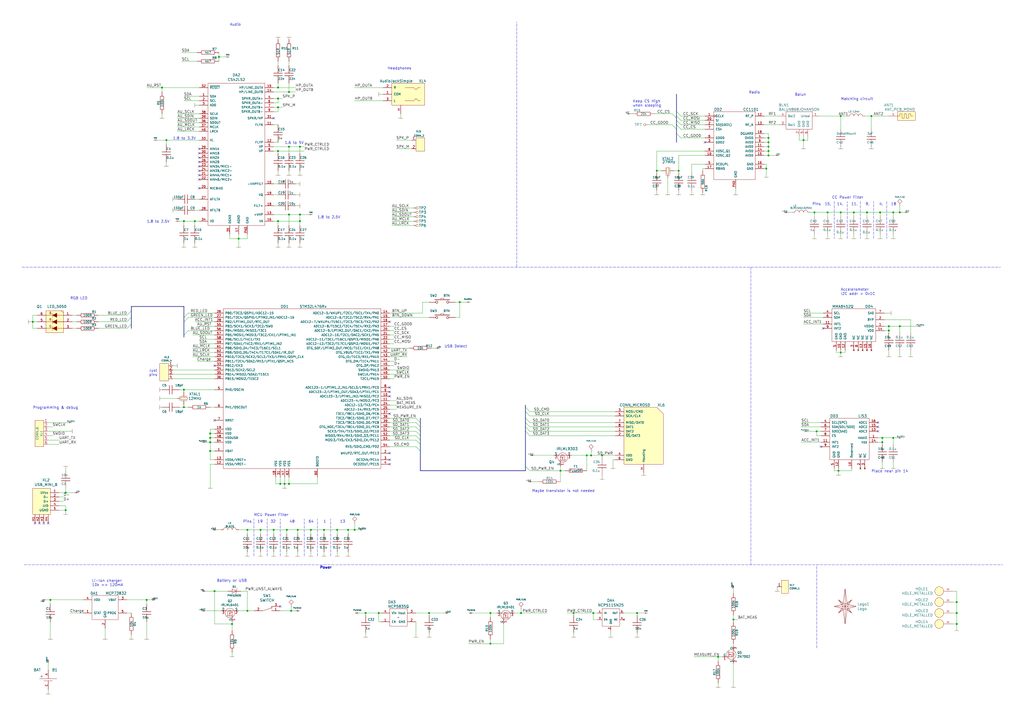
<source format=kicad_sch>
(kicad_sch (version 20211123) (generator eeschema)
  (paper "A2")
  (title_block (date "9 oct 2015"))
  (lib_symbols
    (symbol "Antennas_kl:ANT_PCB_MONO" (pin_names (offset 1.016))
      (property "Reference" "ANT" (at -5.08 6.35 0))
      (property "Value" "ANT_PCB_MONO" (at 1.27 3.81 0))
      (symbol "ANT_PCB_MONO_1_1"
        (pin passive line (at -5.08 0 0) (length 5.08) (name "~") (number "1"))
      )
    )
    (symbol "Audio_kl:CS42L52" (pin_names (offset 1.016))
      (property "Reference" "DA" (at -15.24 40.64 0))
      (property "Value" "CS42L52" (at 10.16 40.64 0))
      (symbol "CS42L52_1_1"
        (pin passive line (at -22.86 31.75 0) (length 5.08) (name "SDA") (number "1"))
        (pin passive line (at 20.32 -19.05 180) (length 5.08) (name "-VHPFILT") (number "10"))
        (pin passive line (at 20.32 15.24 180) (length 5.08) (name "FLYN") (number "11"))
        (pin passive line (at 20.32 5.08 180) (length 5.08) (name "FLYP") (number "12"))
        (pin passive line (at 20.32 -36.83 180) (length 5.08) (name "+VHP") (number "13"))
        (pin passive line (at 20.32 34.29 180) (length 5.08) (name "HP/LINE_OUTB") (number "14"))
        (pin passive line (at 20.32 36.83 180) (length 5.08) (name "HP/LINE_OUTA") (number "15"))
        (pin passive line (at 20.32 -40.64 180) (length 5.08) (name "VA") (number "16"))
        (pin power_in line (at 0 -48.26 90) (length 5.08) (name "AGND") (number "17"))
        (pin passive line (at 20.32 -31.75 180) (length 5.08) (name "FILT+") (number "18"))
        (pin passive line (at 20.32 -25.4 180) (length 5.08) (name "VQ") (number "19"))
        (pin passive line (at -22.86 29.21 0) (length 5.08) (name "SCL") (number "2"))
        (pin passive line (at -22.86 -21.59 0) (length 5.08) (name "MICBIAS") (number "20"))
        (pin passive line (at -22.86 -13.97 0) (length 5.08) (name "AIN4A/MIC1+") (number "21"))
        (pin passive line (at -22.86 -16.51 0) (length 5.08) (name "AIN4B/MIC2+") (number "22"))
        (pin passive line (at -22.86 -8.89 0) (length 5.08) (name "AIN3A/MIC1-") (number "23"))
        (pin passive line (at -22.86 -11.43 0) (length 5.08) (name "AIN3B/MIC2-") (number "24"))
        (pin passive line (at -22.86 -3.81 0) (length 5.08) (name "AIN2A") (number "25"))
        (pin passive line (at -22.86 -6.35 0) (length 5.08) (name "AIN2B") (number "26"))
        (pin passive line (at -22.86 -27.94 0) (length 5.08) (name "AFILTA") (number "27"))
        (pin passive line (at -22.86 -34.29 0) (length 5.08) (name "AFILTB") (number "28"))
        (pin passive line (at -22.86 1.27 0) (length 5.08) (name "AIN1A") (number "29"))
        (pin passive line (at -22.86 26.67 0) (length 5.08) (name "AD0") (number "3"))
        (pin passive line (at -22.86 -1.27 0) (length 5.08) (name "AIN1B") (number "30"))
        (pin passive line (at 20.32 19.05 180) (length 5.08) (name "SPKR/HP") (number "31"))
        (pin passive line (at -22.86 36.83 0) (length 5.08) (name "~{RESET}") (number "32"))
        (pin power_in line (at -22.86 6.35 0) (length 5.08) (name "VL") (number "33"))
        (pin power_in line (at -22.86 -40.64 0) (length 5.08) (name "VD") (number "34"))
        (pin power_in line (at -5.08 -48.26 90) (length 5.08) (name "DGND") (number "35"))
        (pin passive line (at -22.86 16.51 0) (length 5.08) (name "SDOUT") (number "36"))
        (pin passive line (at -22.86 13.97 0) (length 5.08) (name "MCLK") (number "37"))
        (pin passive line (at -22.86 21.59 0) (length 5.08) (name "SCLK") (number "38"))
        (pin passive line (at -22.86 19.05 0) (length 5.08) (name "SDIN") (number "39"))
        (pin passive line (at 20.32 30.48 180) (length 5.08) (name "SPKR_OUTA+") (number "4"))
        (pin passive line (at -22.86 11.43 0) (length 5.08) (name "LRCK") (number "40"))
        (pin power_in line (at 20.32 2.54 180) (length 5.08) (name "VP") (number "5"))
        (pin passive line (at 20.32 27.94 180) (length 5.08) (name "SPKR_OUTA-") (number "6"))
        (pin passive line (at 20.32 25.4 180) (length 5.08) (name "SPKR_OUTB+") (number "7"))
        (pin power_in line (at 20.32 0 180) (length 5.08) (name "VP") (number "8"))
        (pin passive line (at 20.32 22.86 180) (length 5.08) (name "SPKR_OUTB-") (number "9"))
        (pin power_in line (at 5.08 -48.26 90) (length 5.08) (name "GND") (number "PAD"))
      )
    )
    (symbol "Connectors_kl:AudioJackSimple" (pin_names (offset 1.016))
      (property "Reference" "XL" (at 12.7 7.62 0))
      (property "Value" "AudioJackSimple" (at -2.54 7.62 0))
      (symbol "AudioJackSimple_1_1"
        (pin passive line (at -10.16 0 0) (length 5.08) (name "COM") (number "1"))
        (pin passive line (at -10.16 3.81 0) (length 5.08) (name "R") (number "2"))
        (pin passive line (at -10.16 -3.81 0) (length 5.08) (name "L") (number "3"))
        (pin passive line (at 0 -11.43 90) (length 5.08) (name "~") (number "H"))
      )
    )
    (symbol "Connectors_kl:CONN_1" (pin_names (offset 1.016) hide)
      (property "Reference" "XL" (at -1.27 0.254 90))
      (property "Value" "CONN_1" (at 0.254 0.508 90))
      (symbol "CONN_1_1_1"
        (pin passive line (at -5.08 0 0) (length 2.54) (name "P1") (number "1"))
      )
    )
    (symbol "Connectors_kl:CONN_2" (pin_names (offset 1.016) hide)
      (property "Reference" "XL" (at -1.27 0 90))
      (property "Value" "CONN_2" (at 1.27 0 90))
      (symbol "CONN_2_1_1"
        (pin passive line (at -5.08 2.54 0) (length 2.54) (name "P1") (number "1"))
        (pin passive line (at -5.08 -2.54 0) (length 2.54) (name "PM") (number "2"))
      )
    )
    (symbol "Connectors_kl:CONN_4" (pin_names (offset 1.016) hide)
      (property "Reference" "XL" (at -1.27 0 90))
      (property "Value" "CONN_4" (at 1.27 0 90))
      (symbol "CONN_4_1_1"
        (pin passive line (at 5.08 3.81 180) (length 2.54) (name "P1") (number "1"))
        (pin passive line (at 5.08 1.27 180) (length 2.54) (name "PM") (number "2"))
        (pin passive line (at 5.08 -1.27 180) (length 2.54) (name "~") (number "3"))
        (pin passive line (at 5.08 -3.81 180) (length 2.54) (name "~") (number "4"))
      )
    )
    (symbol "Connectors_kl:CONN_6" (pin_names (offset 1.016))
      (property "Reference" "XL" (at -1.27 0 90))
      (property "Value" "CONN_6" (at 1.27 0 90))
      (symbol "CONN_6_1_1"
        (pin passive line (at -5.08 6.35 0) (length 2.54) (name "~") (number "1"))
        (pin passive line (at -5.08 3.81 0) (length 2.54) (name "~") (number "2"))
        (pin passive line (at -5.08 1.27 0) (length 2.54) (name "~") (number "3"))
        (pin passive line (at -5.08 -1.27 0) (length 2.54) (name "~") (number "4"))
        (pin passive line (at -5.08 -3.81 0) (length 2.54) (name "~") (number "5"))
        (pin passive line (at -5.08 -6.35 0) (length 2.54) (name "~") (number "6"))
      )
    )
    (symbol "Connectors_kl:CONN_MICROSD" (pin_names (offset 1.016))
      (property "Reference" "XL" (at -10.16 16.51 0))
      (property "Value" "CONN_MICROSD" (at 5.08 16.51 0))
      (symbol "CONN_MICROSD_1_1"
        (pin passive line (at 16.51 1.27 180) (length 5.08) (name "DAT2") (number "1"))
        (pin passive line (at 16.51 -1.27 180) (length 5.08) (name "~{SS}/DAT3") (number "2"))
        (pin passive line (at 16.51 12.7 180) (length 5.08) (name "MOSI/CMD") (number "3"))
        (pin power_in line (at 16.51 -12.7 180) (length 5.08) (name "VDD") (number "4"))
        (pin passive line (at 16.51 10.16 180) (length 5.08) (name "SCK/CLK") (number "5"))
        (pin power_in line (at 16.51 -15.24 180) (length 5.08) (name "GND") (number "6"))
        (pin passive line (at 16.51 6.35 180) (length 5.08) (name "MISO/DAT0") (number "7"))
        (pin passive line (at 16.51 3.81 180) (length 5.08) (name "DAT1") (number "8"))
        (pin passive line (at 0 -22.86 90) (length 5.08) (name "Housing") (number "H"))
      )
    )
    (symbol "Connectors_kl:USB_MINI_B" (pin_names (offset 1.016))
      (property "Reference" "XL" (at -5.08 11.43 0))
      (property "Value" "USB_MINI_B" (at -2.54 8.89 0))
      (symbol "USB_MINI_B_1_1"
        (pin power_out line (at 5.08 5.08 180) (length 5.08) (name "UVcc") (number "1"))
        (pin passive line (at 5.08 2.54 180) (length 5.08) (name "D-") (number "2"))
        (pin passive line (at 5.08 0 180) (length 5.08) (name "D+") (number "3"))
        (pin passive line (at 5.08 -2.54 180) (length 5.08) (name "UID") (number "4"))
        (pin power_out line (at 5.08 -5.08 180) (length 5.08) (name "UGND") (number "5"))
        (pin passive line (at -8.89 -12.7 90) (length 5.08) (name "~") (number "H1"))
        (pin passive line (at -6.35 -12.7 90) (length 5.08) (name "~") (number "H2"))
        (pin passive line (at -3.81 -12.7 90) (length 5.08) (name "~") (number "H3"))
        (pin passive line (at -1.27 -12.7 90) (length 5.08) (name "~") (number "H4"))
      )
    )
    (symbol "Power_kl:BAT" (pin_names (offset 1.016) hide)
      (property "Reference" "B" (at 3.81 5.08 0))
      (property "Value" "BAT" (at -6.35 5.08 0))
      (symbol "BAT_1_1"
        (pin power_out line (at 0 5.08 270) (length 5.08) (name "A") (number "A"))
        (pin power_out line (at 0 -6.35 90) (length 5.08) (name "C") (number "C"))
      )
    )
    (symbol "Power_kl:MCP73832" (pin_names (offset 1.016))
      (property "Reference" "DA" (at -6.35 7.62 0))
      (property "Value" "MCP73832" (at 6.35 7.62 0))
      (symbol "MCP73832_1_1"
        (pin passive line (at -12.7 -3.81 0) (length 5.08) (name "STAT") (number "1"))
        (pin power_in line (at 0 -12.7 90) (length 5.08) (name "GND") (number "2"))
        (pin passive line (at 12.7 3.81 180) (length 5.08) (name "VBAT") (number "3"))
        (pin power_in line (at -12.7 3.81 0) (length 5.08) (name "VDD") (number "4"))
        (pin passive line (at 12.7 -3.81 180) (length 5.08) (name "PROG") (number "5"))
      )
    )
    (symbol "Power_kl:NCP583SQ" (pin_names (offset 1.016))
      (property "Reference" "DA" (at -3.81 8.89 0))
      (property "Value" "NCP583SQ" (at 0 6.35 0))
      (symbol "NCP583SQ_1_1"
        (pin passive line (at -10.16 -2.54 0) (length 5.08) (name "EN") (number "1"))
        (pin power_in line (at 10.16 -2.54 180) (length 5.08) (name "GND") (number "2"))
        (pin power_out line (at 10.16 2.54 180) (length 5.08) (name "Vout") (number "3"))
        (pin power_in line (at -10.16 2.54 0) (length 5.08) (name "Vin") (number "4"))
      )
    )
    (symbol "Power_kl:TPS763xx" (pin_names (offset 1.016))
      (property "Reference" "DA" (at -3.81 7.62 0))
      (property "Value" "TPS763xx" (at 0 5.08 0))
      (symbol "TPS763xx_1_1"
        (pin power_in line (at -7.62 1.27 0) (length 2.54) (name "IN") (number "1"))
        (pin power_in line (at 0 -8.89 90) (length 2.54) (name "GND") (number "2"))
        (pin passive line (at -7.62 -2.54 0) (length 2.54) (name "EN") (number "3"))
        (pin no_connect line (at 7.62 -2.54 180) (length 2.54) (name "NC") (number "4"))
        (pin power_out line (at 7.62 1.27 180) (length 2.54) (name "OUT") (number "5"))
      )
    )
    (symbol "RF_ICs:BALUN868JOHANSON" (pin_names (offset 1.016))
      (property "Reference" "BLN" (at -8.89 8.89 0))
      (property "Value" "BALUN868JOHANSON" (at 0 6.35 0))
      (symbol "BALUN868JOHANSON_1_1"
        (pin passive line (at 11.43 2.54 180) (length 3.81) (name "Unbal") (number "1"))
        (pin passive line (at 0 -8.89 90) (length 3.81) (name "GND") (number "2"))
        (pin passive line (at -11.43 -2.54 0) (length 3.81) (name "Bal1") (number "3"))
        (pin passive line (at -11.43 2.54 0) (length 3.81) (name "Bal2") (number "4"))
        (pin passive line (at 2.54 -8.89 90) (length 3.81) (name "GND") (number "5"))
        (pin passive line (at 5.08 -8.89 90) (length 3.81) (name "GND") (number "6"))
      )
    )
    (symbol "RF_ICs:CC1101" (pin_names (offset 1.016))
      (property "Reference" "DD" (at -11.43 20.32 0))
      (property "Value" "CC1101" (at 7.62 20.32 0))
      (symbol "CC1101_1_1"
        (pin passive clock (at -19.05 16.51 0) (length 5.08) (name "SCLK") (number "1"))
        (pin passive line (at -19.05 -6.35 0) (length 5.08) (name "XOSC_Q2") (number "10"))
        (pin power_in line (at 15.24 -1.27 180) (length 5.08) (name "AVDD") (number "11"))
        (pin output line (at 15.24 16.51 180) (length 5.08) (name "RF_P") (number "12"))
        (pin output line (at 15.24 11.43 180) (length 5.08) (name "RF_N") (number "13"))
        (pin power_in line (at 15.24 -3.81 180) (length 5.08) (name "AVDD") (number "14"))
        (pin power_in line (at 15.24 -6.35 180) (length 5.08) (name "AVDD") (number "15"))
        (pin power_in line (at 15.24 -11.43 180) (length 5.08) (name "GND") (number "16"))
        (pin passive line (at -19.05 -13.97 0) (length 5.08) (name "RBIAS") (number "17"))
        (pin passive line (at 15.24 6.35 180) (length 5.08) (name "DGUARD") (number "18"))
        (pin power_in line (at 15.24 -13.97 180) (length 5.08) (name "GND") (number "19"))
        (pin passive line (at -19.05 11.43 0) (length 5.08) (name "SO(GDO1)") (number "2"))
        (pin passive line (at -19.05 13.97 0) (length 5.08) (name "SI") (number "20"))
        (pin passive line (at -19.05 1.27 0) (length 5.08) (name "GDO2") (number "3"))
        (pin power_in line (at 15.24 3.81 180) (length 5.08) (name "DVDD") (number "4"))
        (pin passive line (at -19.05 -11.43 0) (length 5.08) (name "DCOUPL") (number "5"))
        (pin passive line (at -19.05 3.81 0) (length 5.08) (name "GDO0") (number "6"))
        (pin passive line (at -19.05 8.89 0) (length 5.08) (name "CSn") (number "7"))
        (pin passive line (at -19.05 -3.81 0) (length 5.08) (name "XOSC_Q1") (number "8"))
        (pin power_in line (at 15.24 1.27 180) (length 5.08) (name "AVDD") (number "9"))
        (pin power_in line (at -1.27 -25.4 90) (length 5.08) (name "GND") (number "PAD"))
      )
    )
    (symbol "Sensors:LIS3" (pin_names (offset 1.016))
      (property "Reference" "DD" (at -8.89 12.7 0))
      (property "Value" "LIS3" (at 7.62 12.7 0))
      (symbol "LIS3_1_1"
        (pin passive line (at 16.51 0 180) (length 5.08) (name "VddIO") (number "1"))
        (pin passive line (at 1.27 -17.78 90) (length 5.08) (name "Reserved") (number "10"))
        (pin passive line (at -16.51 -2.54 0) (length 5.08) (name "INT1") (number "11"))
        (pin power_in line (at -6.35 -17.78 90) (length 5.08) (name "GND") (number "12"))
        (pin power_in line (at 16.51 3.81 180) (length 5.08) (name "ADC3") (number "13"))
        (pin power_in line (at 16.51 -2.54 180) (length 5.08) (name "Vdd") (number "14"))
        (pin passive line (at 16.51 6.35 180) (length 5.08) (name "ADC2") (number "15"))
        (pin power_in line (at 16.51 8.89 180) (length 5.08) (name "ADC1") (number "16"))
        (pin no_connect line (at 6.35 -17.78 90) (length 5.08) (name "NC") (number "2"))
        (pin no_connect line (at 8.89 -17.78 90) (length 5.08) (name "NC") (number "3"))
        (pin passive line (at -16.51 8.89 0) (length 5.08) (name "SCL(SPC)") (number "4"))
        (pin power_in line (at -8.89 -17.78 90) (length 5.08) (name "GND") (number "5"))
        (pin passive line (at -16.51 6.35 0) (length 5.08) (name "SDA(SDI/SDO)") (number "6"))
        (pin passive line (at -16.51 3.81 0) (length 5.08) (name "SDO(SA0)") (number "7"))
        (pin passive line (at -16.51 1.27 0) (length 5.08) (name "CS") (number "8"))
        (pin passive line (at -16.51 -5.08 0) (length 5.08) (name "INT2") (number "9"))
      )
    )
    (symbol "Sensors:MMA8452Q" (pin_names (offset 1.016))
      (property "Reference" "DD" (at 8.89 12.7 0))
      (property "Value" "MMA8452Q" (at -6.35 12.7 0))
      (symbol "MMA8452Q_1_1"
        (pin power_in line (at 17.78 1.27 180) (length 5.08) (name "VDDIO") (number "1"))
        (pin power_in line (at -7.62 -12.7 90) (length 5.08) (name "GND") (number "10"))
        (pin passive line (at -17.78 2.54 0) (length 5.08) (name "INT1") (number "11"))
        (pin power_in line (at -5.08 -12.7 90) (length 5.08) (name "GND") (number "12"))
        (pin no_connect line (at 5.08 -12.7 90) (length 5.08) (name "NC") (number "13"))
        (pin power_in line (at 17.78 -1.27 180) (length 5.08) (name "VDD") (number "14"))
        (pin no_connect line (at 7.62 -12.7 90) (length 5.08) (name "NC") (number "15"))
        (pin no_connect line (at 10.16 -12.7 90) (length 5.08) (name "NC") (number "16"))
        (pin passive line (at 17.78 5.08 180) (length 5.08) (name "BYP") (number "2"))
        (pin no_connect line (at 0 -12.7 90) (length 5.08) (name "NC") (number "3"))
        (pin passive line (at -17.78 8.89 0) (length 5.08) (name "SCL") (number "4"))
        (pin power_in line (at -10.16 -12.7 90) (length 5.08) (name "GND") (number "5"))
        (pin passive line (at -17.78 6.35 0) (length 5.08) (name "SDA") (number "6"))
        (pin passive line (at 17.78 8.89 180) (length 5.08) (name "SA0") (number "7"))
        (pin no_connect line (at 2.54 -12.7 90) (length 5.08) (name "NC") (number "8"))
        (pin passive line (at -17.78 0 0) (length 5.08) (name "INT2") (number "9"))
      )
    )
    (symbol "Switches:BUTTON" (pin_numbers hide) (pin_names (offset 1.016) hide)
      (property "Reference" "SW" (at -5.08 3.81 0))
      (property "Value" "Switches_BUTTON" (at 2.54 3.81 0))
      (symbol "BUTTON_0_1"
        (pin passive inverted (at -7.62 0 0) (length 5.08) (name "1") (number "1"))
        (pin passive inverted (at 7.62 0 180) (length 5.08) (name "2") (number "2"))
      )
    )
    (symbol "Switches:SWITCH_1P2T" (pin_names (offset 1.016))
      (property "Reference" "SA" (at -6.35 6.35 0))
      (property "Value" "Switches_SWITCH_1P2T" (at 2.54 6.35 0))
      (symbol "SWITCH_1P2T_1_1"
        (pin passive line (at 6.35 0 180) (length 5.08) (name "~") (number "1"))
        (pin passive line (at -8.89 0 0) (length 5.08) (name "~") (number "2"))
        (pin passive line (at 6.35 2.54 180) (length 5.08) (name "~") (number "3"))
      )
    )
    (symbol "Tittar_kl:C" (pin_numbers hide) (pin_names (offset 0.254))
      (property "Reference" "C" (at -2.54 -2.54 0))
      (property "Value" "C" (at -2.54 2.54 0))
      (property "Voltage" "10V" (at 0 0 0))
      (symbol "C_1_1"
        (pin passive line (at 0 5.08 270) (length 4.318) (name "~") (number "1"))
        (pin passive line (at 0 -5.08 90) (length 4.318) (name "~") (number "2"))
      )
    )
    (symbol "Tittar_kl:CRYSTAL_H" (pin_numbers hide) (pin_names (offset 1.016) hide)
      (property "Reference" "XTAL" (at 0 6.985 0))
      (property "Value" "CRYSTAL_H" (at 0.635 5.08 0))
      (symbol "CRYSTAL_H_1_1"
        (pin passive line (at -3.81 0 0) (length 2.54) (name "1") (number "1"))
        (pin passive line (at 3.81 0 180) (length 2.54) (name "2") (number "2"))
        (pin passive line (at 0 -3.81 90) (length 1.27) (name "H") (number "H"))
      )
    )
    (symbol "Tittar_kl:D_Shottky" (pin_numbers hide) (pin_names (offset 1.016) hide)
      (property "Reference" "D" (at 0 2.54 0))
      (property "Value" "D_Shottky" (at 0 -2.54 0))
      (symbol "D_Shottky_1_1"
        (pin passive line (at -3.81 0 0) (length 2.54) (name "~") (number "A"))
        (pin passive line (at 3.81 0 180) (length 2.54) (name "~") (number "C"))
      )
    )
    (symbol "Tittar_kl:Fuse0R" (pin_numbers hide) (pin_names (offset 0))
      (property "Reference" "F" (at -1.778 0 90))
      (property "Value" "Fuse0R" (at 0 0 90))
      (symbol "Fuse0R_1_1"
        (pin passive line (at 0 6.35 270) (length 2.54) (name "~") (number "1"))
        (pin passive line (at 0 -6.35 90) (length 2.54) (name "~") (number "2"))
      )
    )
    (symbol "Tittar_kl:L" (pin_numbers hide) (pin_names (offset 1.016) hide)
      (property "Reference" "L" (at -2.54 -3.556 90))
      (property "Value" "L" (at -2.54 0 90))
      (symbol "L_1_1"
        (pin passive line (at 0 5.08 270) (length 1.27) (name "1") (number "1"))
        (pin passive line (at 0 -5.08 90) (length 1.27) (name "2") (number "2"))
      )
    )
    (symbol "Tittar_kl:LED_5050" (pin_names (offset 1.016) hide)
      (property "Reference" "Q" (at -5.08 8.89 0))
      (property "Value" "LED_5050" (at 3.81 8.89 0))
      (symbol "LED_5050_0_0"
        (text "B" (at 2.54 5.08 0) (effects (font (size 1.27 1.27))))
        (text "G" (at 2.54 -2.54 0) (effects (font (size 1.27 1.27))))
        (text "R" (at 2.54 1.27 0) (effects (font (size 1.27 1.27))))
      )
      (symbol "LED_5050_1_1"
        (pin passive line (at -10.16 3.81 0) (length 5.08) (name "~") (number "1"))
        (pin passive line (at -10.16 0 0) (length 5.08) (name "~") (number "2"))
        (pin passive line (at -10.16 -3.81 0) (length 5.08) (name "~") (number "3"))
        (pin passive line (at 10.16 -3.81 180) (length 5.08) (name "B") (number "4"))
        (pin passive line (at 10.16 0 180) (length 5.08) (name "G") (number "5"))
        (pin passive line (at 10.16 3.81 180) (length 5.08) (name "~") (number "6"))
      )
    )
    (symbol "Tittar_kl:R" (pin_numbers hide) (pin_names (offset 0))
      (property "Reference" "R" (at 2.032 -3.81 90))
      (property "Value" "R" (at 0 0 90))
      (symbol "R_1_1"
        (pin passive line (at 0 6.35 270) (length 2.54) (name "~") (number "1"))
        (pin passive line (at 0 -6.35 90) (length 2.54) (name "~") (number "2"))
      )
    )
    (symbol "Transistors_kl:N_3PIN" (pin_names (offset 0))
      (property "Reference" "Q" (at 5.08 1.27 0))
      (property "Value" "N_3PIN" (at 10.16 -2.54 0))
      (symbol "N_3PIN_1_1"
        (pin passive line (at -5.08 1.27 0) (length 2.54) (name "G") (number "1"))
        (pin passive line (at 1.27 5.08 270) (length 2.54) (name "S") (number "2"))
        (pin passive line (at 1.27 -5.08 90) (length 2.54) (name "D") (number "3"))
      )
    )
    (symbol "Transistors_kl:P_3PIN" (pin_names (offset 0))
      (property "Reference" "Q" (at 3.81 -3.81 0))
      (property "Value" "P_3PIN" (at 0 5.08 0))
      (symbol "P_3PIN_1_1"
        (pin passive line (at -1.27 -5.08 90) (length 2.54) (name "G") (number "1"))
        (pin passive line (at -5.08 1.27 0) (length 2.54) (name "S") (number "2"))
        (pin passive line (at 5.08 1.27 180) (length 2.54) (name "D") (number "3"))
      )
    )
    (symbol "pcb_details:HOLE_METALLED" (pin_names (offset 1.016))
      (property "Reference" "HOLE" (at -12.7 -1.27 0))
      (property "Value" "HOLE_METALLED" (at -13.97 1.27 0))
      (symbol "HOLE_METALLED_1_1"
        (pin passive line (at 7.62 0 180) (length 5.08) (name "~") (number "H"))
      )
    )
    (symbol "pcb_details:Logo" (pin_names (offset 1.016))
      (property "Reference" "Logo" (at -2.54 11.43 0))
      (property "Value" "Logo" (at 5.08 11.43 0))
    )
    (symbol "pcb_details:TESTPOINT" (pin_numbers hide) (pin_names (offset 1.016))
      (property "Reference" "TP" (at -5.715 0 0))
      (symbol "TESTPOINT_1_1"
        (pin passive line (at 0 0 180) (length 1.27) (name "~") (number "1"))
      )
    )
    (symbol "power:+3v3" (power) (pin_names (offset 0))
      (property "Value" "+3v3" (at 3.81 0 0))
      (symbol "+3v3_0_0"
        (pin power_in line (at 0 0 90) (length 0) hide (name "+3v3") (number "1"))
      )
    )
    (symbol "power:+5v" (power) (pin_names (offset 0))
      (property "Value" "+5v" (at 3.81 0 0))
      (symbol "+5v_0_0"
        (pin power_in line (at 0 0 90) (length 0) hide (name "+5v") (number "1"))
      )
    )
    (symbol "power:+BATT" (power) (pin_names (offset 0))
      (property "Value" "+BATT" (at 2.032 0.762 0))
      (symbol "+BATT_0_0"
        (pin power_in line (at 0 0 90) (length 0) hide (name "+BATT") (number "1"))
      )
    )
    (symbol "power:GND" (power) (pin_names (offset 0.254))
      (symbol "GND_1_1"
        (pin power_in line (at 0 0 270) (length 0) hide (name "GND") (number "1"))
      )
    )
    (symbol "power:PWR_FLAG" (power) (pin_numbers hide) (pin_names (offset 0) hide)
      (property "Value" "PWR_FLAG" (at 0 5.08 0))
      (symbol "PWR_FLAG_0_0"
        (pin power_out line (at 0 0 90) (length 0) (name "pwr") (number "1"))
      )
    )
    (symbol "power:PwrMCU" (power) (pin_names (offset 0))
      (property "Value" "power_PwrMCU" (at 1.778 0.762 0))
      (symbol "PwrMCU_0_0"
        (pin power_in line (at 0 0 90) (length 0) hide (name "PwrMCU") (number "1"))
      )
    )
    (symbol "power:PwrUnst" (power) (pin_names (offset 0))
      (property "Value" "power_PwrUnst" (at 2.032 0.762 0))
      (symbol "PwrUnst_0_0"
        (pin power_in line (at 0 0 90) (length 0) hide (name "PwrUnst") (number "1"))
      )
    )
    (symbol "power:VAA" (power) (pin_names (offset 0))
      (property "Value" "VAA" (at 1.778 0.762 0))
      (symbol "VAA_0_0"
        (pin power_in line (at 0 0 90) (length 0) hide (name "VAA") (number "1"))
      )
    )
    (symbol "power:VCC" (power) (pin_names (offset 0))
      (property "Value" "VCC" (at 1.778 0.762 0))
      (symbol "VCC_0_0"
        (pin power_in line (at 0 0 90) (length 0) hide (name "VCC") (number "1"))
      )
    )
    (symbol "st_kl:STM32L476Rx" (pin_names (offset 1.016))
      (property "Reference" "DD" (at -11.43 39.37 0))
      (property "Value" "STM32L476Rx" (at 5.08 39.37 0))
      (symbol "STM32L476Rx_1_1"
        (pin power_in line (at -52.07 -44.45 0) (length 5.08) (name "VBAT") (number "1"))
        (pin passive line (at 49.53 -12.7 180) (length 5.08) (name "ADC123-3/LPTIM1_IN2/MISO2/PC2") (number "10"))
        (pin passive line (at 49.53 -15.24 180) (length 5.08) (name "ADC123-4/MOSI2/PC3") (number "11"))
        (pin power_in line (at -52.07 -52.07 0) (length 5.08) (name "VSSA/VREF-") (number "12"))
        (pin power_in line (at -52.07 -49.53 0) (length 5.08) (name "VDDA/VREF+") (number "13"))
        (pin passive line (at 49.53 35.56 180) (length 5.08) (name "ADC12-5/WKUP1/T2C1/T5C1/TX4/PA0") (number "14"))
        (pin passive line (at 49.53 33.02 180) (length 5.08) (name "ADC12-6/T2C2/T5C2/RX4/PA1") (number "15"))
        (pin passive line (at 49.53 30.48 180) (length 5.08) (name "ADC12-7/WKUP4/T15C1/T2C3/T5C3/TX2/PA2") (number "16"))
        (pin passive line (at 49.53 27.94 180) (length 5.08) (name "ADC12-8/T15C2/T2C4/T5C4/RX2/PA3") (number "17"))
        (pin power_in line (at -16.51 -59.69 90) (length 5.08) (name "VSS") (number "18"))
        (pin power_in line (at -52.07 -31.75 0) (length 5.08) (name "VDD") (number "19"))
        (pin passive line (at 49.53 -45.72 180) (length 5.08) (name "WKUP2/RTC_OUT/PC13") (number "2"))
        (pin passive line (at 49.53 25.4 180) (length 5.08) (name "ADC12-9/LPTIM2_OUT/DAC1/CK2/PA4") (number "20"))
        (pin passive line (at 49.53 22.86 180) (length 5.08) (name "ADC12-10/T2C1/DAC2/SCK1/PA5") (number "21"))
        (pin passive line (at 49.53 20.32 180) (length 5.08) (name "ADC12-11/T3C1/T16C1/QSPI3/MISO1/PA6") (number "22"))
        (pin passive line (at 49.53 17.78 180) (length 5.08) (name "ADC12-12/T3C2/T17C1/QSPI2/MOSI1/PA7") (number "23"))
        (pin passive line (at 49.53 -17.78 180) (length 5.08) (name "ADC12-13/TX3/PC4") (number "24"))
        (pin passive line (at 49.53 -20.32 180) (length 5.08) (name "ADC12-14/RX3/PC5") (number "25"))
        (pin passive line (at -52.07 35.56 0) (length 5.08) (name "PB0/T3C3/QSPI1/ADC12-15") (number "26"))
        (pin passive line (at -52.07 33.02 0) (length 5.08) (name "PB1/T3C4/QSPI0/LPTIM2_IN1/ADC12-16") (number "27"))
        (pin passive line (at -52.07 30.48 0) (length 5.08) (name "PB2/LPTIM1_OUT/RTC_OUT") (number "28"))
        (pin passive line (at -52.07 10.16 0) (length 5.08) (name "PB10/T2C3/SCK2/SCL2/TX3/LPRX1/QSPI_CLK") (number "29"))
        (pin passive line (at 49.53 -49.53 180) (length 5.08) (name "OC32IN/PC14") (number "3"))
        (pin passive line (at -52.07 7.62 0) (length 5.08) (name "PB11/T2C4/SDA2/RX3/LPTX1/QSPI_NCS") (number "30"))
        (pin power_in line (at -13.97 -59.69 90) (length 5.08) (name "VSS") (number "31"))
        (pin power_in line (at -52.07 -34.29 0) (length 5.08) (name "VDD") (number "32"))
        (pin passive line (at -52.07 5.08 0) (length 5.08) (name "PB12/CK3") (number "33"))
        (pin passive line (at -52.07 2.54 0) (length 5.08) (name "PB13/SCK2/SCL2") (number "34"))
        (pin passive line (at -52.07 0 0) (length 5.08) (name "PB14/MISO2/SDA2/T15C1") (number "35"))
        (pin passive line (at -52.07 -2.54 0) (length 5.08) (name "PB15/MOSI2/T15C2") (number "36"))
        (pin passive line (at 49.53 -22.86 180) (length 5.08) (name "T3C1/T8C1/SDIO_D6/PC6") (number "37"))
        (pin passive line (at 49.53 -25.4 180) (length 5.08) (name "T3C2/T8C2/SDIO_D7/PC7") (number "38"))
        (pin passive line (at 49.53 -27.94 180) (length 5.08) (name "T3C3/T8C3/SDIO_D0/PC8") (number "39"))
        (pin passive line (at 49.53 -52.07 180) (length 5.08) (name "OC32OUT/PC15") (number "4"))
        (pin passive line (at 49.53 -30.48 180) (length 5.08) (name "OTG_NOE/T3C4/T8C4/SDIO_D1/PC9") (number "40"))
        (pin passive line (at 49.53 15.24 180) (length 5.08) (name "OTG_SOF/LPTIM2_OUT/MCO/T1C1/CK1/PA8") (number "41"))
        (pin passive line (at 49.53 12.7 180) (length 5.08) (name "OTG_VBUS/T1C2/TX1/PA9") (number "42"))
        (pin passive line (at 49.53 10.16 180) (length 5.08) (name "OTG_ID/T1C3/RX1/PA10") (number "43"))
        (pin passive line (at 49.53 7.62 180) (length 5.08) (name "OTG_DM/T1C4/PA11") (number "44"))
        (pin passive line (at 49.53 5.08 180) (length 5.08) (name "OTG_DP/PA12") (number "45"))
        (pin passive line (at 49.53 2.54 180) (length 5.08) (name "SWDIO/PA13") (number "46"))
        (pin power_in line (at -11.43 -59.69 90) (length 5.08) (name "VSS") (number "47"))
        (pin power_in line (at -52.07 -36.83 0) (length 5.08) (name "VDDUSB") (number "48"))
        (pin passive line (at 49.53 0 180) (length 5.08) (name "SWCLK/PA14") (number "49"))
        (pin passive line (at -52.07 -8.89 0) (length 5.08) (name "PH0/OSCIN") (number "5"))
        (pin passive line (at 49.53 -2.54 180) (length 5.08) (name "T2C1/PA15") (number "50"))
        (pin passive line (at 49.53 -33.02 180) (length 5.08) (name "SCK3/TX4/TX3/SDIO_D2/PC10") (number "51"))
        (pin passive line (at 49.53 -35.56 180) (length 5.08) (name "MISO3/RX4/RX3/SDIO_D3/PC11") (number "52"))
        (pin passive line (at 49.53 -38.1 180) (length 5.08) (name "MOSI3/TX5/CK3/SDIO_CK/PC12") (number "53"))
        (pin passive line (at 49.53 -41.91 180) (length 5.08) (name "RX5/SDIO_CMD/PD2") (number "54"))
        (pin passive line (at -52.07 27.94 0) (length 5.08) (name "PB3/SCK1/SCK3/T2C2/SWO") (number "55"))
        (pin passive line (at -52.07 25.4 0) (length 5.08) (name "PB4/MISO1/MISO3/T3C1") (number "56"))
        (pin passive line (at -52.07 22.86 0) (length 5.08) (name "PB5/MOSI1/MOSI3/T3C2/CK1/LPTIM1_IN1") (number "57"))
        (pin passive line (at -52.07 20.32 0) (length 5.08) (name "PB6/SCL1/T4C1/TX1") (number "58"))
        (pin passive line (at -52.07 17.78 0) (length 5.08) (name "PB7/SDA1/T4C2/RX1/LPTIM1_IN2") (number "59"))
        (pin passive line (at -52.07 -19.05 0) (length 5.08) (name "PH1/OSCOUT") (number "6"))
        (pin passive line (at 7.62 -59.69 90) (length 5.08) (name "BOOT0") (number "60"))
        (pin passive line (at -52.07 15.24 0) (length 5.08) (name "PB8/SDIO_D4/T4C3/T16C1/SCL1") (number "61"))
        (pin passive line (at -52.07 12.7 0) (length 5.08) (name "PB9/SDIO_D5/T4C4/T17C1/SDA1/IR_OUT") (number "62"))
        (pin power_in line (at -8.89 -59.69 90) (length 5.08) (name "VSS") (number "63"))
        (pin power_in line (at -52.07 -39.37 0) (length 5.08) (name "VDD") (number "64"))
        (pin passive line (at -52.07 -26.67 0) (length 5.08) (name "NRST") (number "7"))
        (pin passive line (at 49.53 -7.62 180) (length 5.08) (name "ADC123-1/LPTIM1_2_IN1/SCL3/LPRX1/PC0") (number "8"))
        (pin passive line (at 49.53 -10.16 180) (length 5.08) (name "ADC123-2/LPTIM1_OUT/SDA3/LPTX1/PC1") (number "9"))
      )
    )
  )
  (junction (at 445.77 80.01))
  (junction (at 201.93 307.34))
  (junction (at 510.54 123.19))
  (junction (at 121.92 254))
  (junction (at 85.09 347.98))
  (junction (at 425.45 359.41))
  (junction (at 248.92 355.6))
  (junction (at 121.92 256.54))
  (junction (at 554.99 355.6))
  (junction (at 143.51 307.34))
  (junction (at 473.71 250.19))
  (junction (at 505.46 67.31))
  (junction (at 158.75 307.34))
  (junction (at 325.12 273.05))
  (junction (at 381 99.06))
  (junction (at 554.99 349.25))
  (junction (at 302.26 355.6))
  (junction (at 113.03 128.27))
  (junction (at 151.13 307.34))
  (junction (at 96.52 81.28))
  (junction (at 480.06 123.19))
  (junction (at 106.68 226.06))
  (junction (at 161.29 57.15))
  (junction (at 172.72 307.34))
  (junction (at 106.68 128.27))
  (junction (at 134.62 361.95))
  (junction (at 166.37 307.34))
  (junction (at 121.92 261.62))
  (junction (at 195.58 307.34))
  (junction (at 554.99 361.95))
  (junction (at 180.34 307.34))
  (junction (at 511.81 254))
  (junction (at 167.64 280.67))
  (junction (at 340.36 264.16))
  (junction (at 162.56 280.67))
  (junction (at 143.51 354.33))
  (junction (at 518.16 123.19))
  (junction (at 445.77 82.55))
  (junction (at 205.74 307.34))
  (junction (at 521.97 123.19))
  (junction (at 495.3 123.19))
  (junction (at 472.44 123.19))
  (junction (at 445.77 87.63))
  (junction (at 416.56 381))
  (junction (at 161.29 50.8))
  (junction (at 342.9 264.16))
  (junction (at 38.1 285.75))
  (junction (at 344.17 355.6))
  (junction (at 349.25 264.16))
  (junction (at 167.64 85.09))
  (junction (at 121.92 251.46))
  (junction (at 266.7 175.26))
  (junction (at 502.92 123.19))
  (junction (at 127 33.02))
  (junction (at 332.74 355.6))
  (junction (at 173.99 85.09))
  (junction (at 518.16 254))
  (junction (at 38.1 295.91))
  (junction (at 487.68 204.47))
  (junction (at 106.68 236.22))
  (junction (at 284.48 355.6))
  (junction (at 515.62 189.23))
  (junction (at 212.09 355.6))
  (junction (at 486.41 273.05))
  (junction (at 19.05 186.69))
  (junction (at 521.97 189.23))
  (junction (at 393.7 99.06))
  (junction (at 284.48 373.38))
  (junction (at 511.81 256.54))
  (junction (at 173.99 128.27))
  (junction (at 445.77 90.17))
  (junction (at 161.29 87.63))
  (junction (at 167.64 53.34))
  (junction (at 487.68 123.19))
  (junction (at 219.71 355.6))
  (junction (at 29.21 347.98))
  (junction (at 444.5 97.79))
  (junction (at 165.1 280.67))
  (junction (at 167.64 124.46))
  (junction (at 187.96 307.34))
  (junction (at 466.09 81.28))
  (junction (at 173.99 124.46))
  (junction (at 487.68 67.31))
  (junction (at 93.98 50.8))
  (junction (at 138.43 138.43))
  (junction (at 161.29 128.27))
  (junction (at 168.91 354.33))
  (junction (at 445.77 85.09))
  (junction (at 161.29 62.23))
  (junction (at 369.57 355.6))
  (junction (at 515.62 191.77))
  (junction (at 124.46 342.9))
  (no_connect (at 115.57 109.22))
  (no_connect (at 115.57 88.9))
  (no_connect (at 124.46 212.09))
  (no_connect (at 226.06 186.69))
  (no_connect (at 20.32 303.53))
  (no_connect (at 162.56 351.79))
  (no_connect (at 27.94 303.53))
  (no_connect (at 115.57 91.44))
  (no_connect (at 115.57 104.14))
  (no_connect (at 115.57 101.6))
  (no_connect (at 158.75 68.58))
  (no_connect (at 115.57 86.36))
  (no_connect (at 115.57 96.52))
  (no_connect (at 509.27 245.11))
  (no_connect (at 226.06 224.79))
  (no_connect (at 408.94 82.55))
  (no_connect (at 226.06 269.24))
  (no_connect (at 226.06 229.87))
  (no_connect (at 226.06 227.33))
  (no_connect (at 476.25 259.08))
  (no_connect (at 477.52 190.5))
  (no_connect (at 226.06 262.89))
  (no_connect (at 509.27 250.19))
  (no_connect (at 226.06 266.7))
  (no_connect (at 22.86 303.53))
  (no_connect (at 25.4 303.53))
  (no_connect (at 509.27 247.65))
  (no_connect (at 115.57 99.06))
  (no_connect (at 115.57 93.98))
  (no_connect (at 124.46 243.84))
  (no_connect (at 226.06 240.03))
  (bus_entry (at 392.43 77.47) (size 2.54 2.54))
  (bus_entry (at 241.3 252.73) (size 2.54 2.54))
  (bus_entry (at 304.8 236.22) (size 2.54 2.54))
  (bus_entry (at 392.43 68.58) (size -2.54 -2.54))
  (bus_entry (at 241.3 255.27) (size 2.54 2.54))
  (bus_entry (at 73.66 186.69) (size 2.54 -2.54))
  (bus_entry (at 304.8 242.57) (size 2.54 2.54))
  (bus_entry (at 73.66 182.88) (size 2.54 -2.54))
  (bus_entry (at 106.68 194.31) (size 2.54 -2.54))
  (bus_entry (at 304.8 247.65) (size 2.54 2.54))
  (bus_entry (at 392.43 67.31) (size 2.54 2.54))
  (bus_entry (at 241.3 242.57) (size 2.54 2.54))
  (bus_entry (at 304.8 270.51) (size 2.54 2.54))
  (bus_entry (at 389.89 72.39) (size 2.54 2.54))
  (bus_entry (at 392.43 72.39) (size 2.54 2.54))
  (bus_entry (at 73.66 190.5) (size 2.54 -2.54))
  (bus_entry (at 106.68 186.69) (size 2.54 -2.54))
  (bus_entry (at 392.43 64.77) (size 2.54 2.54))
  (bus_entry (at 106.68 184.15) (size 2.54 -2.54))
  (bus_entry (at 304.8 250.19) (size 2.54 2.54))
  (bus_entry (at 304.8 238.76) (size 2.54 2.54))
  (bus_entry (at 392.43 69.85) (size 2.54 2.54))
  (bus_entry (at 304.8 245.11) (size 2.54 2.54))
  (bus_entry (at 241.3 247.65) (size 2.54 2.54))
  (bus_entry (at 241.3 245.11) (size 2.54 2.54))
  (bus_entry (at 241.3 259.08) (size 2.54 2.54))
  (bus_entry (at 241.3 250.19) (size 2.54 2.54))
  (wire (pts (xy 355.6 266.7) (xy 356.87 266.7)))
  (wire (pts (xy 119.38 342.9) (xy 124.46 342.9)))
  (wire (pts (xy 30.48 247.65) (xy 27.94 247.65)))
  (wire (pts (xy 121.92 261.62) (xy 124.46 261.62)))
  (wire (pts (xy 226.06 247.65) (xy 241.3 247.65)))
  (wire (pts (xy 252.73 201.93) (xy 250.19 201.93)))
  (wire (pts (xy 227.33 125.73) (xy 240.03 125.73)))
  (wire (pts (xy 167.64 124.46) (xy 173.99 124.46)))
  (bus (pts (xy 392.43 54.61) (xy 392.43 64.77)))
  (wire (pts (xy 173.99 143.51) (xy 173.99 140.97)))
  (wire (pts (xy 158.75 53.34) (xy 167.64 53.34)))
  (wire (pts (xy 511.81 256.54) (xy 511.81 257.81)))
  (wire (pts (xy 394.97 69.85) (xy 408.94 69.85)))
  (wire (pts (xy 161.29 128.27) (xy 173.99 128.27)))
  (wire (pts (xy 513.08 185.42) (xy 528.32 185.42)))
  (wire (pts (xy 106.68 128.27) (xy 113.03 128.27)))
  (wire (pts (xy 393.7 90.17) (xy 408.94 90.17)))
  (bus (pts (xy 76.2 180.34) (xy 76.2 184.15)))
  (wire (pts (xy 167.64 85.09) (xy 167.64 88.9)))
  (bus (pts (xy 106.68 194.31) (xy 106.68 195.58)))
  (wire (pts (xy 161.29 128.27) (xy 161.29 130.81)))
  (wire (pts (xy 167.64 53.34) (xy 171.45 53.34)))
  (wire (pts (xy 495.3 135.89) (xy 495.3 138.43)))
  (wire (pts (xy 552.45 349.25) (xy 554.99 349.25)))
  (wire (pts (xy 167.64 143.51) (xy 167.64 140.97)))
  (wire (pts (xy 121.92 248.92) (xy 121.92 251.46)))
  (wire (pts (xy 444.5 102.87) (xy 444.5 97.79)))
  (wire (pts (xy 401.32 95.25) (xy 401.32 100.33)))
  (wire (pts (xy 138.43 135.89) (xy 138.43 138.43)))
  (wire (pts (xy 425.45 359.41) (xy 425.45 360.68)))
  (wire (pts (xy 102.87 71.12) (xy 115.57 71.12)))
  (wire (pts (xy 167.64 21.59) (xy 167.64 22.86)))
  (wire (pts (xy 106.68 128.27) (xy 106.68 130.81)))
  (wire (pts (xy 264.16 175.26) (xy 266.7 175.26)))
  (wire (pts (xy 495.3 123.19) (xy 502.92 123.19)))
  (wire (pts (xy 106.68 143.51) (xy 106.68 140.97)))
  (bus (pts (xy 106.68 177.8) (xy 76.2 177.8)))
  (bus (pts (xy 243.84 247.65) (xy 243.84 250.19)))
  (wire (pts (xy 113.03 60.96) (xy 115.57 60.96)))
  (wire (pts (xy 134.62 361.95) (xy 134.62 365.76)))
  (wire (pts (xy 241.3 355.6) (xy 248.92 355.6)))
  (wire (pts (xy 520.7 254) (xy 518.16 254)))
  (polyline (pts (xy 147.32 322.58) (xy 147.32 300.99)))
  (wire (pts (xy 124.46 342.9) (xy 124.46 361.95)))
  (wire (pts (xy 121.92 266.7) (xy 124.46 266.7)))
  (wire (pts (xy 284.48 373.38) (xy 284.48 370.84)))
  (wire (pts (xy 160.02 276.86) (xy 160.02 280.67)))
  (wire (pts (xy 151.13 307.34) (xy 151.13 309.88)))
  (wire (pts (xy 226.06 196.85) (xy 228.6 196.85)))
  (wire (pts (xy 486.41 273.05) (xy 494.03 273.05)))
  (wire (pts (xy 554.99 361.95) (xy 554.99 365.76)))
  (wire (pts (xy 158.75 85.09) (xy 167.64 85.09)))
  (wire (pts (xy 228.6 212.09) (xy 226.06 212.09)))
  (wire (pts (xy 201.93 320.04) (xy 201.93 322.58)))
  (wire (pts (xy 309.88 264.16) (xy 321.31 264.16)))
  (wire (pts (xy 344.17 355.6) (xy 344.17 359.41)))
  (wire (pts (xy 445.77 85.09) (xy 445.77 87.63)))
  (wire (pts (xy 227.33 120.65) (xy 240.03 120.65)))
  (wire (pts (xy 408.94 87.63) (xy 381 87.63)))
  (wire (pts (xy 308.61 279.4) (xy 312.42 279.4)))
  (wire (pts (xy 102.87 68.58) (xy 115.57 68.58)))
  (wire (pts (xy 232.41 68.58) (xy 232.41 66.04)))
  (wire (pts (xy 114.3 209.55) (xy 124.46 209.55)))
  (wire (pts (xy 27.94 250.19) (xy 41.91 250.19)))
  (wire (pts (xy 505.46 67.31) (xy 505.46 74.93)))
  (wire (pts (xy 167.64 280.67) (xy 167.64 276.86)))
  (bus (pts (xy 76.2 184.15) (xy 76.2 187.96)))
  (wire (pts (xy 173.99 113.03) (xy 171.45 113.03)))
  (wire (pts (xy 416.56 381) (xy 419.1 381)))
  (wire (pts (xy 167.64 101.6) (xy 167.64 99.06)))
  (wire (pts (xy 344.17 355.6) (xy 346.71 355.6)))
  (wire (pts (xy 393.7 110.49) (xy 393.7 113.03)))
  (wire (pts (xy 36.83 290.83) (xy 34.29 290.83)))
  (wire (pts (xy 245.11 181.61) (xy 245.11 175.26)))
  (wire (pts (xy 105.41 30.48) (xy 114.3 30.48)))
  (wire (pts (xy 167.64 280.67) (xy 184.15 280.67)))
  (wire (pts (xy 486.41 273.05) (xy 486.41 275.59)))
  (wire (pts (xy 121.92 256.54) (xy 121.92 261.62)))
  (wire (pts (xy 463.55 78.74) (xy 463.55 81.28)))
  (wire (pts (xy 325.12 273.05) (xy 325.12 279.4)))
  (wire (pts (xy 425.45 374.65) (xy 425.45 373.38)))
  (wire (pts (xy 229.87 237.49) (xy 226.06 237.49)))
  (wire (pts (xy 187.96 307.34) (xy 195.58 307.34)))
  (wire (pts (xy 407.67 97.79) (xy 408.94 97.79)))
  (wire (pts (xy 172.72 320.04) (xy 172.72 322.58)))
  (wire (pts (xy 472.44 125.73) (xy 472.44 123.19)))
  (wire (pts (xy 284.48 373.38) (xy 292.1 373.38)))
  (wire (pts (xy 113.03 115.57) (xy 115.57 115.57)))
  (bus (pts (xy 106.68 177.8) (xy 106.68 184.15)))
  (wire (pts (xy 342.9 261.62) (xy 342.9 264.16)))
  (wire (pts (xy 425.45 359.41) (xy 427.99 359.41)))
  (wire (pts (xy 452.12 72.39) (xy 443.23 72.39)))
  (wire (pts (xy 349.25 275.59) (xy 349.25 278.13)))
  (wire (pts (xy 515.62 203.2) (xy 515.62 207.01)))
  (wire (pts (xy 510.54 123.19) (xy 518.16 123.19)))
  (wire (pts (xy 407.67 99.06) (xy 407.67 97.79)))
  (wire (pts (xy 228.6 219.71) (xy 226.06 219.71)))
  (wire (pts (xy 483.87 273.05) (xy 486.41 273.05)))
  (wire (pts (xy 307.34 245.11) (xy 356.87 245.11)))
  (wire (pts (xy 502.92 123.19) (xy 510.54 123.19)))
  (wire (pts (xy 167.64 53.34) (xy 167.64 48.26)))
  (wire (pts (xy 111.76 201.93) (xy 124.46 201.93)))
  (wire (pts (xy 166.37 307.34) (xy 166.37 309.88)))
  (wire (pts (xy 505.46 85.09) (xy 505.46 86.36)))
  (bus (pts (xy 392.43 67.31) (xy 392.43 68.58)))
  (wire (pts (xy 106.68 236.22) (xy 106.68 234.95)))
  (wire (pts (xy 106.68 55.88) (xy 115.57 55.88)))
  (wire (pts (xy 521.97 123.19) (xy 524.51 123.19)))
  (wire (pts (xy 490.22 204.47) (xy 490.22 203.2)))
  (wire (pts (xy 195.58 320.04) (xy 195.58 322.58)))
  (wire (pts (xy 161.29 50.8) (xy 161.29 48.26)))
  (wire (pts (xy 212.09 367.03) (xy 212.09 369.57)))
  (wire (pts (xy 228.6 194.31) (xy 226.06 194.31)))
  (wire (pts (xy 173.99 85.09) (xy 173.99 88.9)))
  (wire (pts (xy 128.27 354.33) (xy 119.38 354.33)))
  (polyline (pts (xy 13.97 327.66) (xy 581.66 327.66)))
  (wire (pts (xy 236.22 204.47) (xy 226.06 204.47)))
  (wire (pts (xy 552.45 361.95) (xy 554.99 361.95)))
  (wire (pts (xy 143.51 354.33) (xy 147.32 354.33)))
  (wire (pts (xy 445.77 90.17) (xy 449.58 90.17)))
  (wire (pts (xy 73.66 355.6) (xy 76.2 355.6)))
  (wire (pts (xy 138.43 138.43) (xy 143.51 138.43)))
  (bus (pts (xy 243.84 250.19) (xy 243.84 252.73)))
  (wire (pts (xy 292.1 373.38) (xy 292.1 361.95)))
  (wire (pts (xy 106.68 227.33) (xy 106.68 226.06)))
  (wire (pts (xy 402.59 381) (xy 416.56 381)))
  (wire (pts (xy 85.09 50.8) (xy 93.98 50.8)))
  (wire (pts (xy 237.49 214.63) (xy 226.06 214.63)))
  (wire (pts (xy 161.29 87.63) (xy 176.53 87.63)))
  (wire (pts (xy 161.29 59.69) (xy 161.29 57.15)))
  (wire (pts (xy 106.68 58.42) (xy 115.57 58.42)))
  (bus (pts (xy 304.8 270.51) (xy 304.8 273.05)))
  (wire (pts (xy 369.57 355.6) (xy 369.57 356.87)))
  (polyline (pts (xy 12.7 154.94) (xy 580.39 154.94)))
  (wire (pts (xy 487.68 135.89) (xy 487.68 138.43)))
  (wire (pts (xy 172.72 307.34) (xy 180.34 307.34)))
  (wire (pts (xy 349.25 264.16) (xy 356.87 264.16)))
  (wire (pts (xy 472.44 123.19) (xy 480.06 123.19)))
  (bus (pts (xy 243.84 255.27) (xy 243.84 257.81)))
  (wire (pts (xy 27.94 400.05) (xy 27.94 402.59)))
  (bus (pts (xy 76.2 187.96) (xy 76.2 190.5)))
  (wire (pts (xy 134.62 378.46) (xy 134.62 381)))
  (wire (pts (xy 85.09 360.68) (xy 85.09 370.84)))
  (wire (pts (xy 271.78 373.38) (xy 284.48 373.38)))
  (bus (pts (xy 392.43 68.58) (xy 392.43 69.85)))
  (wire (pts (xy 113.03 143.51) (xy 113.03 140.97)))
  (wire (pts (xy 369.57 355.6) (xy 373.38 355.6)))
  (wire (pts (xy 168.91 354.33) (xy 168.91 351.79)))
  (wire (pts (xy 119.38 256.54) (xy 121.92 256.54)))
  (wire (pts (xy 85.09 350.52) (xy 85.09 347.98)))
  (wire (pts (xy 158.75 87.63) (xy 161.29 87.63)))
  (wire (pts (xy 487.68 204.47) (xy 487.68 207.01)))
  (polyline (pts (xy 473.71 375.92) (xy 473.71 327.66)))
  (wire (pts (xy 138.43 307.34) (xy 143.51 307.34)))
  (wire (pts (xy 307.34 273.05) (xy 325.12 273.05)))
  (wire (pts (xy 480.06 123.19) (xy 487.68 123.19)))
  (wire (pts (xy 510.54 125.73) (xy 510.54 123.19)))
  (wire (pts (xy 354.33 365.76) (xy 354.33 369.57)))
  (wire (pts (xy 121.92 283.21) (xy 121.92 269.24)))
  (bus (pts (xy 243.84 252.73) (xy 243.84 255.27)))
  (wire (pts (xy 138.43 138.43) (xy 138.43 143.51)))
  (wire (pts (xy 518.16 257.81) (xy 518.16 254)))
  (polyline (pts (xy 506.73 138.43) (xy 506.73 116.84)))
  (wire (pts (xy 226.06 255.27) (xy 241.3 255.27)))
  (wire (pts (xy 134.62 360.68) (xy 134.62 361.95)))
  (wire (pts (xy 554.99 342.9) (xy 554.99 349.25)))
  (wire (pts (xy 158.75 307.34) (xy 158.75 309.88)))
  (wire (pts (xy 515.62 191.77) (xy 515.62 193.04)))
  (wire (pts (xy 76.2 368.3) (xy 76.2 370.84)))
  (polyline (pts (xy 299.72 154.94) (xy 299.72 12.7)))
  (wire (pts (xy 328.93 355.6) (xy 332.74 355.6)))
  (wire (pts (xy 332.74 355.6) (xy 344.17 355.6)))
  (wire (pts (xy 158.75 50.8) (xy 161.29 50.8)))
  (wire (pts (xy 165.1 280.67) (xy 165.1 283.21)))
  (wire (pts (xy 212.09 355.6) (xy 219.71 355.6)))
  (wire (pts (xy 521.97 123.19) (xy 521.97 119.38)))
  (wire (pts (xy 124.46 251.46) (xy 121.92 251.46)))
  (bus (pts (xy 392.43 72.39) (xy 392.43 74.93)))
  (wire (pts (xy 158.75 128.27) (xy 161.29 128.27)))
  (wire (pts (xy 325.12 270.51) (xy 325.12 273.05)))
  (wire (pts (xy 485.14 204.47) (xy 485.14 203.2)))
  (wire (pts (xy 100.33 212.09) (xy 102.87 212.09)))
  (wire (pts (xy 227.33 128.27) (xy 240.03 128.27)))
  (wire (pts (xy 473.71 252.73) (xy 473.71 250.19)))
  (wire (pts (xy 468.63 81.28) (xy 468.63 78.74)))
  (wire (pts (xy 161.29 57.15) (xy 163.83 57.15)))
  (wire (pts (xy 44.45 190.5) (xy 41.91 190.5)))
  (polyline (pts (xy 154.94 322.58) (xy 154.94 300.99)))
  (wire (pts (xy 226.06 250.19) (xy 241.3 250.19)))
  (wire (pts (xy 158.75 59.69) (xy 161.29 59.69)))
  (wire (pts (xy 229.87 232.41) (xy 226.06 232.41)))
  (wire (pts (xy 127 30.48) (xy 127 33.02)))
  (wire (pts (xy 487.68 67.31) (xy 487.68 74.93)))
  (polyline (pts (xy 499.11 116.84) (xy 499.11 138.43)))
  (wire (pts (xy 355.6 271.78) (xy 355.6 266.7)))
  (wire (pts (xy 180.34 307.34) (xy 187.96 307.34)))
  (wire (pts (xy 554.99 349.25) (xy 554.99 355.6)))
  (wire (pts (xy 375.92 72.39) (xy 389.89 72.39)))
  (wire (pts (xy 111.76 207.01) (xy 124.46 207.01)))
  (wire (pts (xy 124.46 342.9) (xy 132.08 342.9)))
  (wire (pts (xy 151.13 307.34) (xy 158.75 307.34)))
  (wire (pts (xy 443.23 80.01) (xy 445.77 80.01)))
  (wire (pts (xy 344.17 359.41) (xy 346.71 359.41)))
  (wire (pts (xy 100.33 121.92) (xy 102.87 121.92)))
  (wire (pts (xy 173.99 119.38) (xy 171.45 119.38)))
  (wire (pts (xy 124.46 217.17) (xy 100.33 217.17)))
  (wire (pts (xy 158.75 72.39) (xy 161.29 72.39)))
  (wire (pts (xy 121.92 236.22) (xy 124.46 236.22)))
  (wire (pts (xy 48.26 355.6) (xy 40.64 355.6)))
  (wire (pts (xy 104.14 128.27) (xy 106.68 128.27)))
  (wire (pts (xy 474.98 67.31) (xy 487.68 67.31)))
  (wire (pts (xy 73.66 190.5) (xy 57.15 190.5)))
  (wire (pts (xy 226.06 252.73) (xy 241.3 252.73)))
  (wire (pts (xy 466.09 81.28) (xy 468.63 81.28)))
  (polyline (pts (xy 483.87 116.84) (xy 483.87 138.43)))
  (wire (pts (xy 143.51 138.43) (xy 143.51 135.89)))
  (wire (pts (xy 226.06 184.15) (xy 248.92 184.15)))
  (wire (pts (xy 158.75 64.77) (xy 161.29 64.77)))
  (wire (pts (xy 167.64 38.1) (xy 167.64 35.56)))
  (wire (pts (xy 133.35 138.43) (xy 138.43 138.43)))
  (wire (pts (xy 29.21 370.84) (xy 29.21 360.68)))
  (wire (pts (xy 473.71 250.19) (xy 476.25 250.19)))
  (wire (pts (xy 19.05 182.88) (xy 19.05 186.69)))
  (wire (pts (xy 133.35 135.89) (xy 133.35 138.43)))
  (wire (pts (xy 426.72 109.22) (xy 426.72 113.03)))
  (wire (pts (xy 29.21 347.98) (xy 48.26 347.98)))
  (bus (pts (xy 243.84 245.11) (xy 243.84 247.65)))
  (wire (pts (xy 502.92 135.89) (xy 502.92 138.43)))
  (wire (pts (xy 518.16 135.89) (xy 518.16 138.43)))
  (wire (pts (xy 73.66 347.98) (xy 85.09 347.98)))
  (wire (pts (xy 127 33.02) (xy 127 35.56)))
  (wire (pts (xy 138.43 354.33) (xy 143.51 354.33)))
  (wire (pts (xy 381 99.06) (xy 381 100.33)))
  (wire (pts (xy 307.34 241.3) (xy 356.87 241.3)))
  (wire (pts (xy 162.56 280.67) (xy 165.1 280.67)))
  (wire (pts (xy 106.68 226.06) (xy 124.46 226.06)))
  (wire (pts (xy 480.06 125.73) (xy 480.06 123.19)))
  (wire (pts (xy 510.54 135.89) (xy 510.54 138.43)))
  (wire (pts (xy 96.52 96.52) (xy 96.52 93.98)))
  (polyline (pts (xy 176.53 322.58) (xy 176.53 300.99)))
  (wire (pts (xy 302.26 355.6) (xy 317.5 355.6)))
  (wire (pts (xy 307.34 238.76) (xy 356.87 238.76)))
  (wire (pts (xy 518.16 254) (xy 511.81 254)))
  (wire (pts (xy 219.71 355.6) (xy 220.98 355.6)))
  (wire (pts (xy 387.35 102.87) (xy 387.35 113.03)))
  (wire (pts (xy 331.47 264.16) (xy 340.36 264.16)))
  (wire (pts (xy 394.97 72.39) (xy 408.94 72.39)))
  (wire (pts (xy 483.87 273.05) (xy 483.87 271.78)))
  (wire (pts (xy 373.38 274.32) (xy 373.38 275.59)))
  (wire (pts (xy 554.99 355.6) (xy 554.99 361.95)))
  (wire (pts (xy 201.93 307.34) (xy 201.93 309.88)))
  (wire (pts (xy 27.94 388.62) (xy 27.94 384.81)))
  (wire (pts (xy 44.45 182.88) (xy 41.91 182.88)))
  (wire (pts (xy 264.16 184.15) (xy 266.7 184.15)))
  (wire (pts (xy 408.94 95.25) (xy 401.32 95.25)))
  (wire (pts (xy 168.91 354.33) (xy 171.45 354.33)))
  (wire (pts (xy 229.87 234.95) (xy 226.06 234.95)))
  (wire (pts (xy 115.57 196.85) (xy 124.46 196.85)))
  (wire (pts (xy 389.89 66.04) (xy 379.73 66.04)))
  (wire (pts (xy 165.1 280.67) (xy 167.64 280.67)))
  (bus (pts (xy 392.43 74.93) (xy 392.43 77.47)))
  (wire (pts (xy 528.32 185.42) (xy 528.32 193.04)))
  (wire (pts (xy 167.64 85.09) (xy 173.99 85.09)))
  (wire (pts (xy 21.59 186.69) (xy 19.05 186.69)))
  (wire (pts (xy 487.68 204.47) (xy 490.22 204.47)))
  (wire (pts (xy 143.51 309.88) (xy 143.51 307.34)))
  (wire (pts (xy 114.3 189.23) (xy 124.46 189.23)))
  (wire (pts (xy 34.29 293.37) (xy 38.1 293.37)))
  (bus (pts (xy 392.43 64.77) (xy 392.43 67.31)))
  (wire (pts (xy 162.56 276.86) (xy 162.56 280.67)))
  (wire (pts (xy 19.05 190.5) (xy 21.59 190.5)))
  (bus (pts (xy 76.2 177.8) (xy 76.2 180.34)))
  (wire (pts (xy 184.15 280.67) (xy 184.15 276.86)))
  (wire (pts (xy 369.57 367.03) (xy 369.57 369.57)))
  (wire (pts (xy 96.52 81.28) (xy 115.57 81.28)))
  (wire (pts (xy 425.45 344.17) (xy 425.45 341.63)))
  (wire (pts (xy 102.87 66.04) (xy 115.57 66.04)))
  (wire (pts (xy 173.99 124.46) (xy 179.07 124.46)))
  (wire (pts (xy 495.3 125.73) (xy 495.3 123.19)))
  (wire (pts (xy 115.57 199.39) (xy 124.46 199.39)))
  (wire (pts (xy 124.46 361.95) (xy 134.62 361.95)))
  (bus (pts (xy 392.43 77.47) (xy 392.43 82.55)))
  (wire (pts (xy 143.51 307.34) (xy 151.13 307.34)))
  (wire (pts (xy 127 33.02) (xy 130.81 33.02)))
  (wire (pts (xy 19.05 186.69) (xy 16.51 186.69)))
  (wire (pts (xy 121.92 254) (xy 121.92 256.54)))
  (wire (pts (xy 219.71 54.61) (xy 222.25 54.61)))
  (wire (pts (xy 201.93 307.34) (xy 205.74 307.34)))
  (wire (pts (xy 187.96 320.04) (xy 187.96 322.58)))
  (wire (pts (xy 106.68 236.22) (xy 109.22 236.22)))
  (wire (pts (xy 487.68 125.73) (xy 487.68 123.19)))
  (wire (pts (xy 19.05 186.69) (xy 19.05 190.5)))
  (wire (pts (xy 552.45 355.6) (xy 554.99 355.6)))
  (wire (pts (xy 226.06 245.11) (xy 241.3 245.11)))
  (wire (pts (xy 511.81 267.97) (xy 511.81 271.78)))
  (wire (pts (xy 515.62 189.23) (xy 515.62 191.77)))
  (wire (pts (xy 173.99 85.09) (xy 176.53 85.09)))
  (wire (pts (xy 180.34 307.34) (xy 180.34 309.88)))
  (wire (pts (xy 226.06 217.17) (xy 237.49 217.17)))
  (wire (pts (xy 476.25 252.73) (xy 473.71 252.73)))
  (wire (pts (xy 161.29 38.1) (xy 161.29 35.56)))
  (wire (pts (xy 96.52 83.82) (xy 96.52 81.28)))
  (wire (pts (xy 466.09 187.96) (xy 477.52 187.96)))
  (wire (pts (xy 511.81 254) (xy 511.81 256.54)))
  (wire (pts (xy 161.29 64.77) (xy 161.29 62.23)))
  (bus (pts (xy 304.8 234.95) (xy 304.8 236.22)))
  (wire (pts (xy 100.33 219.71) (xy 124.46 219.71)))
  (wire (pts (xy 521.97 189.23) (xy 532.13 189.23)))
  (wire (pts (xy 102.87 76.2) (xy 115.57 76.2)))
  (wire (pts (xy 124.46 184.15) (xy 109.22 184.15)))
  (wire (pts (xy 113.03 186.69) (xy 124.46 186.69)))
  (wire (pts (xy 172.72 307.34) (xy 172.72 309.88)))
  (wire (pts (xy 85.09 347.98) (xy 87.63 347.98)))
  (wire (pts (xy 445.77 77.47) (xy 445.77 80.01)))
  (wire (pts (xy 158.75 320.04) (xy 158.75 322.58)))
  (wire (pts (xy 91.44 81.28) (xy 96.52 81.28)))
  (wire (pts (xy 38.1 283.21) (xy 38.1 285.75)))
  (wire (pts (xy 219.71 360.68) (xy 220.98 360.68)))
  (wire (pts (xy 121.92 269.24) (xy 124.46 269.24)))
  (wire (pts (xy 34.29 255.27) (xy 27.94 255.27)))
  (wire (pts (xy 518.16 125.73) (xy 518.16 123.19)))
  (wire (pts (xy 472.44 135.89) (xy 472.44 138.43)))
  (wire (pts (xy 383.54 99.06) (xy 381 99.06)))
  (bus (pts (xy 243.84 257.81) (xy 243.84 261.62)))
  (wire (pts (xy 307.34 250.19) (xy 356.87 250.19)))
  (wire (pts (xy 29.21 350.52) (xy 29.21 347.98)))
  (wire (pts (xy 445.77 87.63) (xy 445.77 90.17)))
  (wire (pts (xy 466.09 78.74) (xy 466.09 81.28)))
  (wire (pts (xy 229.87 81.28) (xy 238.76 81.28)))
  (wire (pts (xy 416.56 383.54) (xy 416.56 381)))
  (wire (pts (xy 227.33 123.19) (xy 240.03 123.19)))
  (wire (pts (xy 485.14 204.47) (xy 487.68 204.47)))
  (wire (pts (xy 121.92 261.62) (xy 121.92 266.7)))
  (wire (pts (xy 38.1 295.91) (xy 38.1 298.45)))
  (wire (pts (xy 27.94 257.81) (xy 34.29 257.81)))
  (wire (pts (xy 238.76 86.36) (xy 229.87 86.36)))
  (wire (pts (xy 208.28 355.6) (xy 212.09 355.6)))
  (wire (pts (xy 381 110.49) (xy 381 113.03)))
  (wire (pts (xy 121.92 256.54) (xy 124.46 256.54)))
  (wire (pts (xy 227.33 130.81) (xy 240.03 130.81)))
  (wire (pts (xy 166.37 307.34) (xy 172.72 307.34)))
  (wire (pts (xy 121.92 254) (xy 124.46 254)))
  (wire (pts (xy 205.74 307.34) (xy 205.74 303.53)))
  (wire (pts (xy 284.48 358.14) (xy 284.48 355.6)))
  (wire (pts (xy 219.71 355.6) (xy 219.71 360.68)))
  (wire (pts (xy 38.1 285.75) (xy 43.18 285.75)))
  (wire (pts (xy 105.41 35.56) (xy 114.3 35.56)))
  (wire (pts (xy 27.94 252.73) (xy 30.48 252.73)))
  (wire (pts (xy 173.99 128.27) (xy 173.99 130.81)))
  (wire (pts (xy 160.02 280.67) (xy 162.56 280.67)))
  (wire (pts (xy 466.09 81.28) (xy 466.09 86.36)))
  (wire (pts (xy 26.67 347.98) (xy 29.21 347.98)))
  (wire (pts (xy 487.68 85.09) (xy 487.68 86.36)))
  (wire (pts (xy 469.9 123.19) (xy 472.44 123.19)))
  (wire (pts (xy 325.12 273.05) (xy 327.66 273.05)))
  (wire (pts (xy 73.66 186.69) (xy 57.15 186.69)))
  (wire (pts (xy 340.36 264.16) (xy 342.9 264.16)))
  (wire (pts (xy 445.77 80.01) (xy 445.77 82.55)))
  (wire (pts (xy 113.03 128.27) (xy 113.03 130.81)))
  (wire (pts (xy 104.14 226.06) (xy 106.68 226.06)))
  (polyline (pts (xy 514.35 116.84) (xy 514.35 138.43)))
  (wire (pts (xy 100.33 115.57) (xy 102.87 115.57)))
  (wire (pts (xy 518.16 267.97) (xy 518.16 271.78)))
  (wire (pts (xy 34.29 285.75) (xy 38.1 285.75)))
  (wire (pts (xy 307.34 252.73) (xy 356.87 252.73)))
  (wire (pts (xy 511.81 256.54) (xy 509.27 256.54)))
  (wire (pts (xy 195.58 307.34) (xy 195.58 309.88)))
  (wire (pts (xy 124.46 248.92) (xy 121.92 248.92)))
  (wire (pts (xy 487.68 123.19) (xy 495.3 123.19)))
  (wire (pts (xy 501.65 67.31) (xy 505.46 67.31)))
  (wire (pts (xy 109.22 191.77) (xy 124.46 191.77)))
  (bus (pts (xy 304.8 242.57) (xy 304.8 245.11)))
  (wire (pts (xy 513.08 181.61) (xy 516.89 181.61)))
  (wire (pts (xy 332.74 367.03) (xy 332.74 369.57)))
  (wire (pts (xy 205.74 50.8) (xy 222.25 50.8)))
  (wire (pts (xy 228.6 189.23) (xy 226.06 189.23)))
  (wire (pts (xy 93.98 53.34) (xy 93.98 50.8)))
  (wire (pts (xy 518.16 123.19) (xy 521.97 123.19)))
  (wire (pts (xy 161.29 21.59) (xy 161.29 22.86)))
  (wire (pts (xy 486.41 271.78) (xy 486.41 273.05)))
  (wire (pts (xy 161.29 143.51) (xy 161.29 140.97)))
  (wire (pts (xy 274.32 355.6) (xy 284.48 355.6)))
  (wire (pts (xy 476.25 247.65) (xy 464.82 247.65)))
  (wire (pts (xy 143.51 342.9) (xy 143.51 354.33)))
  (wire (pts (xy 113.03 121.92) (xy 115.57 121.92)))
  (wire (pts (xy 511.81 254) (xy 509.27 254)))
  (wire (pts (xy 444.5 97.79) (xy 444.5 95.25)))
  (wire (pts (xy 248.92 367.03) (xy 248.92 369.57)))
  (wire (pts (xy 394.97 74.93) (xy 408.94 74.93)))
  (wire (pts (xy 92.71 231.14) (xy 102.87 231.14)))
  (wire (pts (xy 245.11 175.26) (xy 248.92 175.26)))
  (wire (pts (xy 248.92 355.6) (xy 257.81 355.6)))
  (wire (pts (xy 93.98 236.22) (xy 92.71 236.22)))
  (wire (pts (xy 445.77 82.55) (xy 445.77 85.09)))
  (wire (pts (xy 381 87.63) (xy 381 99.06)))
  (wire (pts (xy 464.82 256.54) (xy 476.25 256.54)))
  (wire (pts (xy 443.23 85.09) (xy 445.77 85.09)))
  (wire (pts (xy 163.83 62.23) (xy 161.29 62.23)))
  (wire (pts (xy 109.22 181.61) (xy 124.46 181.61)))
  (wire (pts (xy 505.46 67.31) (xy 515.62 67.31)))
  (bus (pts (xy 304.8 273.05) (xy 243.84 273.05)))
  (bus (pts (xy 304.8 236.22) (xy 304.8 238.76)))
  (bus (pts (xy 304.8 238.76) (xy 304.8 242.57)))
  (wire (pts (xy 60.96 364.49) (xy 60.96 370.84)))
  (wire (pts (xy 443.23 97.79) (xy 444.5 97.79)))
  (wire (pts (xy 266.7 175.26) (xy 270.51 175.26)))
  (wire (pts (xy 195.58 307.34) (xy 201.93 307.34)))
  (wire (pts (xy 158.75 82.55) (xy 161.29 82.55)))
  (wire (pts (xy 266.7 184.15) (xy 266.7 175.26)))
  (wire (pts (xy 226.06 191.77) (xy 228.6 191.77)))
  (wire (pts (xy 162.56 354.33) (xy 168.91 354.33)))
  (wire (pts (xy 38.1 293.37) (xy 38.1 295.91)))
  (wire (pts (xy 226.06 259.08) (xy 241.3 259.08)))
  (wire (pts (xy 487.68 67.31) (xy 491.49 67.31)))
  (wire (pts (xy 349.25 264.16) (xy 349.25 265.43)))
  (wire (pts (xy 365.76 66.04) (xy 367.03 66.04)))
  (wire (pts (xy 528.32 203.2) (xy 528.32 207.01)))
  (wire (pts (xy 102.87 73.66) (xy 115.57 73.66)))
  (wire (pts (xy 38.1 273.05) (xy 38.1 270.51)))
  (wire (pts (xy 161.29 119.38) (xy 158.75 119.38)))
  (wire (pts (xy 173.99 106.68) (xy 171.45 106.68)))
  (wire (pts (xy 241.3 360.68) (xy 241.3 369.57)))
  (wire (pts (xy 205.74 307.34) (xy 208.28 307.34)))
  (wire (pts (xy 151.13 320.04) (xy 151.13 322.58)))
  (wire (pts (xy 494.03 273.05) (xy 494.03 271.78)))
  (wire (pts (xy 425.45 384.81) (xy 425.45 398.78)))
  (wire (pts (xy 463.55 81.28) (xy 466.09 81.28)))
  (wire (pts (xy 187.96 307.34) (xy 187.96 309.88)))
  (wire (pts (xy 92.71 226.06) (xy 93.98 226.06)))
  (wire (pts (xy 444.5 95.25) (xy 443.23 95.25)))
  (wire (pts (xy 391.16 99.06) (xy 393.7 99.06)))
  (wire (pts (xy 111.76 194.31) (xy 124.46 194.31)))
  (wire (pts (xy 480.06 135.89) (xy 480.06 138.43)))
  (wire (pts (xy 226.06 242.57) (xy 241.3 242.57)))
  (wire (pts (xy 416.56 396.24) (xy 416.56 398.78)))
  (wire (pts (xy 226.06 201.93) (xy 237.49 201.93)))
  (wire (pts (xy 113.03 128.27) (xy 115.57 128.27)))
  (wire (pts (xy 401.32 110.49) (xy 401.32 113.03)))
  (wire (pts (xy 73.66 182.88) (xy 57.15 182.88)))
  (wire (pts (xy 93.98 50.8) (xy 115.57 50.8)))
  (wire (pts (xy 332.74 356.87) (xy 332.74 355.6)))
  (wire (pts (xy 284.48 355.6) (xy 288.29 355.6)))
  (wire (pts (xy 298.45 355.6) (xy 302.26 355.6)))
  (wire (pts (xy 173.99 124.46) (xy 173.99 128.27)))
  (polyline (pts (xy 435.61 154.94) (xy 435.61 327.66)))
  (wire (pts (xy 513.08 189.23) (xy 515.62 189.23)))
  (wire (pts (xy 521.97 203.2) (xy 521.97 207.01)))
  (wire (pts (xy 515.62 191.77) (xy 513.08 191.77)))
  (bus (pts (xy 243.84 261.62) (xy 243.84 273.05)))
  (wire (pts (xy 248.92 355.6) (xy 248.92 356.87)))
  (wire (pts (xy 477.52 184.15) (xy 466.09 184.15)))
  (wire (pts (xy 161.29 101.6) (xy 161.29 99.06)))
  (wire (pts (xy 443.23 87.63) (xy 445.77 87.63)))
  (wire (pts (xy 161.29 106.68) (xy 158.75 106.68)))
  (wire (pts (xy 124.46 204.47) (xy 111.76 204.47)))
  (wire (pts (xy 464.82 245.11) (xy 476.25 245.11)))
  (polyline (pts (xy 162.56 322.58) (xy 162.56 300.99)))
  (wire (pts (xy 226.06 181.61) (xy 245.11 181.61)))
  (wire (pts (xy 161.29 87.63) (xy 161.29 88.9)))
  (wire (pts (xy 443.23 90.17) (xy 445.77 90.17)))
  (wire (pts (xy 487.68 203.2) (xy 487.68 204.47)))
  (wire (pts (xy 167.64 124.46) (xy 167.64 130.81)))
  (bus (pts (xy 304.8 245.11) (xy 304.8 247.65)))
  (wire (pts (xy 158.75 57.15) (xy 161.29 57.15)))
  (wire (pts (xy 342.9 264.16) (xy 349.25 264.16)))
  (bus (pts (xy 243.84 242.57) (xy 243.84 245.11)))
  (wire (pts (xy 165.1 276.86) (xy 165.1 280.67)))
  (wire (pts (xy 393.7 99.06) (xy 393.7 90.17)))
  (wire (pts (xy 104.14 236.22) (xy 106.68 236.22)))
  (wire (pts (xy 19.05 182.88) (xy 21.59 182.88)))
  (wire (pts (xy 450.85 340.36) (xy 450.85 342.9)))
  (wire (pts (xy 180.34 320.04) (xy 180.34 322.58)))
  (wire (pts (xy 158.75 124.46) (xy 167.64 124.46)))
  (polyline (pts (xy 491.49 138.43) (xy 491.49 116.84)))
  (wire (pts (xy 212.09 356.87) (xy 212.09 355.6)))
  (wire (pts (xy 443.23 67.31) (xy 452.12 67.31)))
  (wire (pts (xy 27.94 245.11) (xy 39.37 245.11)))
  (wire (pts (xy 166.37 320.04) (xy 166.37 322.58)))
  (wire (pts (xy 394.97 67.31) (xy 408.94 67.31)))
  (wire (pts (xy 121.92 251.46) (xy 121.92 254)))
  (wire (pts (xy 158.75 307.34) (xy 166.37 307.34)))
  (wire (pts (xy 173.99 101.6) (xy 173.99 99.06)))
  (wire (pts (xy 457.2 123.19) (xy 459.74 123.19)))
  (wire (pts (xy 125.73 307.34) (xy 128.27 307.34)))
  (wire (pts (xy 425.45 356.87) (xy 425.45 359.41)))
  (wire (pts (xy 502.92 125.73) (xy 502.92 123.19)))
  (wire (pts (xy 100.33 214.63) (xy 124.46 214.63)))
  (wire (pts (xy 228.6 199.39) (xy 226.06 199.39)))
  (wire (pts (xy 205.74 58.42) (xy 222.25 58.42)))
  (wire (pts (xy 41.91 186.69) (xy 44.45 186.69)))
  (wire (pts (xy 466.09 181.61) (xy 477.52 181.61)))
  (wire (pts (xy 521.97 193.04) (xy 521.97 189.23)))
  (wire (pts (xy 139.7 342.9) (xy 143.51 342.9)))
  (wire (pts (xy 307.34 247.65) (xy 356.87 247.65)))
  (wire (pts (xy 161.29 62.23) (xy 158.75 62.23)))
  (wire (pts (xy 407.67 111.76) (xy 407.67 113.03)))
  (wire (pts (xy 443.23 82.55) (xy 445.77 82.55)))
  (wire (pts (xy 443.23 77.47) (xy 445.77 77.47)))
  (bus (pts (xy 304.8 250.19) (xy 304.8 270.51)))
  (wire (pts (xy 515.62 189.23) (xy 521.97 189.23)))
  (wire (pts (xy 394.97 80.01) (xy 408.94 80.01)))
  (polyline (pts (xy 184.15 322.58) (xy 184.15 300.99)))
  (wire (pts (xy 161.29 50.8) (xy 171.45 50.8)))
  (wire (pts (xy 361.95 355.6) (xy 369.57 355.6)))
  (wire (pts (xy 34.29 288.29) (xy 36.83 288.29)))
  (wire (pts (xy 93.98 68.58) (xy 93.98 66.04)))
  (wire (pts (xy 38.1 295.91) (xy 34.29 295.91)))
  (wire (pts (xy 226.06 207.01) (xy 236.22 207.01)))
  (wire (pts (xy 552.45 342.9) (xy 554.99 342.9)))
  (wire (pts (xy 340.36 273.05) (xy 340.36 264.16)))
  (wire (pts (xy 302.26 353.06) (xy 302.26 355.6)))
  (wire (pts (xy 393.7 100.33) (xy 393.7 99.06)))
  (bus (pts (xy 392.43 69.85) (xy 392.43 72.39)))
  (wire (pts (xy 143.51 320.04) (xy 143.51 322.58)))
  (wire (pts (xy 226.06 209.55) (xy 228.6 209.55)))
  (bus (pts (xy 106.68 186.69) (xy 106.68 194.31)))
  (wire (pts (xy 161.29 113.03) (xy 158.75 113.03)))
  (wire (pts (xy 468.63 250.19) (xy 473.71 250.19)))
  (bus (pts (xy 106.68 184.15) (xy 106.68 186.69)))
  (polyline (pts (xy 191.77 322.58) (xy 191.77 300.99)))
  (bus (pts (xy 304.8 247.65) (xy 304.8 250.19)))
  (text "Keep CS High\nwhen sleeping" (at 367.03 62.23 0) (effects (font (size 1.524 1.524)) (justify left bottom)))
  (text "Battery or USB" (at 125.73 337.82 0) (effects (font (size 1.524 1.524)) (justify left bottom)))
  (text "MCU Power Filter" (at 147.32 299.72 0) (effects (font (size 1.524 1.524)) (justify left bottom)))
  (text "1.8 to 3.3V" (at 100.33 81.28 0) (effects (font (size 1.524 1.524)) (justify left bottom)))
  (text "Power" (at 185.42 330.2 0) (effects (font (size 1.524 1.524) (thickness 0.3048) bold) (justify left bottom)))
  (text "Pins   19    32       48       64     1       13" (at 140.97 303.53 0) (effects (font (size 1.524 1.524)) (justify left bottom)))
  (text "Accelerometer\nI2C addr = 0x1C" (at 487.68 171.45 0) (effects (font (size 1.524 1.524)) (justify left bottom)))
  (text "Matching circuit" (at 487.68 58.42 0) (effects (font (size 1.524 1.524)) (justify left bottom)))
  (text "Pins  15,   14,    11,    9,     4,    18" (at 471.17 119.38 0) (effects (font (size 1.524 1.524)) (justify left bottom)))
  (text "Just\npins" (at 86.36 218.44 0) (effects (font (size 1.524 1.524)) (justify left bottom)))
  (text "CC Power Filter" (at 482.6 115.57 0) (effects (font (size 1.524 1.524)) (justify left bottom)))
  (text "1.8 to 2.5V" (at 184.15 127 0) (effects (font (size 1.524 1.524)) (justify left bottom)))
  (text "Place near pin 14" (at 505.46 274.32 0) (effects (font (size 1.524 1.524)) (justify left bottom)))
  (text "Audio" (at 133.35 15.24 0) (effects (font (size 1.524 1.524)) (justify left bottom)))
  (text "RGB LED" (at 50.8 173.99 180) (effects (font (size 1.524 1.524)) (justify right bottom)))
  (text "USB Detect" (at 257.81 201.93 0) (effects (font (size 1.524 1.524)) (justify left bottom)))
  (text "Maybe transistor is not needed" (at 308.61 285.75 0) (effects (font (size 1.524 1.524)) (justify left bottom)))
  (text "Programming & debug" (at 19.05 237.49 0) (effects (font (size 1.524 1.524)) (justify left bottom)))
  (text "1.8 to 2.5V" (at 85.09 129.54 0) (effects (font (size 1.524 1.524)) (justify left bottom)))
  (text "Balun" (at 461.01 55.88 0) (effects (font (size 1.524 1.524)) (justify left bottom)))
  (text "Li-Ion charger\n10k => 120mA" (at 53.34 340.36 0) (effects (font (size 1.524 1.524)) (justify left bottom)))
  (text "1.6 to 5V" (at 165.1 83.82 0) (effects (font (size 1.524 1.524)) (justify left bottom)))
  (text "Radio" (at 434.34 54.61 0) (effects (font (size 1.524 1.524)) (justify left bottom)))
  (text "Headphones" (at 224.79 40.64 0) (effects (font (size 1.524 1.524)) (justify left bottom)))
  (label "MEASURE_EN" (at 229.87 237.49 0) (effects (font (size 1.524 1.524))))
  (label "AU_SDOUT" (at 102.87 71.12 0) (effects (font (size 1.524 1.524))))
  (label "CC_SCK" (at 396.24 67.31 0) (effects (font (size 1.524 1.524))))
  (label "PWR_CTRLED" (at 176.53 87.63 0) (effects (font (size 1.524 1.524))))
  (label "CC_SCK" (at 228.6 194.31 0) (effects (font (size 1.524 1.524))))
  (label "PWR_EN" (at 271.78 373.38 0) (effects (font (size 1.524 1.524))))
  (label "RF1" (at 445.77 67.31 0) (effects (font (size 1.524 1.524))))
  (label "HP_OUTB" (at 205.74 58.42 0) (effects (font (size 1.524 1.524))))
  (label "PWR_EN" (at 228.6 219.71 0) (effects (font (size 1.524 1.524))))
  (label "HP_OUTA" (at 171.45 50.8 0) (effects (font (size 1.524 1.524))))
  (label "SD_DAT1" (at 318.77 247.65 180) (effects (font (size 1.524 1.524))))
  (label "SD_DAT0" (at 237.49 245.11 180) (effects (font (size 1.524 1.524))))
  (label "SD_DAT2" (at 318.77 250.19 180) (effects (font (size 1.524 1.524))))
  (label "SCL" (at 115.57 196.85 0) (effects (font (size 1.524 1.524))))
  (label "PWR_CTRLED" (at 328.93 355.6 0) (effects (font (size 1.524 1.524))))
  (label "GREEN_LED" (at 73.66 190.5 180) (effects (font (size 1.524 1.524))))
  (label "CC_MISO" (at 228.6 196.85 0) (effects (font (size 1.524 1.524))))
  (label "ANT1" (at 486.41 67.31 0) (effects (font (size 1.524 1.524))))
  (label "SWCLK" (at 30.48 247.65 0) (effects (font (size 1.524 1.524))))
  (label "RF2" (at 445.77 72.39 0) (effects (font (size 1.524 1.524))))
  (label "UART_RX" (at 34.29 257.81 0) (effects (font (size 1.524 1.524))))
  (label "SD_PWR" (at 355.6 264.16 180) (effects (font (size 1.524 1.524))))
  (label "BTN_UP" (at 227.33 181.61 0) (effects (font (size 1.524 1.524))))
  (label "AU_MCLK" (at 227.33 128.27 0) (effects (font (size 1.524 1.524))))
  (label "D-" (at 36.83 288.29 0) (effects (font (size 1.524 1.524))))
  (label "SDA" (at 466.09 184.15 0) (effects (font (size 1.524 1.524))))
  (label "AU_SDOUT" (at 227.33 125.73 0) (effects (font (size 1.524 1.524))))
  (label "AU_RST" (at 85.09 50.8 0) (effects (font (size 1.524 1.524))))
  (label "SCL" (at 464.82 245.11 0) (effects (font (size 1.524 1.524))))
  (label "SPK_P" (at 229.87 81.28 0) (effects (font (size 1.524 1.524))))
  (label "Charge" (at 114.3 209.55 0) (effects (font (size 1.524 1.524))))
  (label "SWCLK" (at 237.49 217.17 180) (effects (font (size 1.524 1.524))))
  (label "AU_LRCK" (at 111.76 204.47 0) (effects (font (size 1.524 1.524))))
  (label "CC_MISO" (at 396.24 72.39 0) (effects (font (size 1.524 1.524))))
  (label "SDA" (at 106.68 55.88 0) (effects (font (size 1.524 1.524))))
  (label "SWDIO" (at 30.48 252.73 0) (effects (font (size 1.524 1.524))))
  (label "CC_CS" (at 228.6 191.77 0) (effects (font (size 1.524 1.524))))
  (label "AU_MCLK" (at 111.76 201.93 0) (effects (font (size 1.524 1.524))))
  (label "D+" (at 36.83 290.83 0) (effects (font (size 1.524 1.524))))
  (label "AU_MCLK" (at 102.87 73.66 0) (effects (font (size 1.524 1.524))))
  (label "RED_LED" (at 73.66 186.69 180) (effects (font (size 1.524 1.524))))
  (label "CC_MOSI" (at 228.6 199.39 0) (effects (font (size 1.524 1.524))))
  (label "AU_LRCK" (at 102.87 76.2 0) (effects (font (size 1.524 1.524))))
  (label "BAT_MEAS" (at 427.99 359.41 0) (effects (font (size 1.524 1.524))))
  (label "SCL" (at 105.41 35.56 0) (effects (font (size 1.524 1.524))))
  (label "MEASURE_EN" (at 402.59 381 0) (effects (font (size 1.524 1.524))))
  (label "SPK_P" (at 163.83 57.15 0) (effects (font (size 1.524 1.524))))
  (label "UART_TX" (at 236.22 204.47 180) (effects (font (size 1.524 1.524))))
  (label "CC_GDO0" (at 377.19 72.39 0) (effects (font (size 1.524 1.524))))
  (label "AU_SCLK" (at 102.87 66.04 0) (effects (font (size 1.524 1.524))))
  (label "SD_DAT1" (at 237.49 247.65 180) (effects (font (size 1.524 1.524))))
  (label "CC_MOSI" (at 396.24 69.85 0) (effects (font (size 1.524 1.524))))
  (label "SD_CLK" (at 237.49 255.27 180) (effects (font (size 1.524 1.524))))
  (label "SPK_M" (at 229.87 86.36 0) (effects (font (size 1.524 1.524))))
  (label "D+" (at 228.6 212.09 0) (effects (font (size 1.524 1.524))))
  (label "SD_CMD" (at 237.49 259.08 180) (effects (font (size 1.524 1.524))))
  (label "HP_OUTA" (at 205.74 50.8 0) (effects (font (size 1.524 1.524))))
  (label "SD_DAT3" (at 318.77 252.73 180) (effects (font (size 1.524 1.524))))
  (label "AU_SCLK" (at 227.33 120.65 0) (effects (font (size 1.524 1.524))))
  (label "SD_DAT3" (at 237.49 252.73 180) (effects (font (size 1.524 1.524))))
  (label "AU_RST" (at 114.3 189.23 0) (effects (font (size 1.524 1.524))))
  (label "AU_LRCK" (at 227.33 130.81 0) (effects (font (size 1.524 1.524))))
  (label "PWR_CTRLED" (at 176.53 85.09 0) (effects (font (size 1.524 1.524))))
  (label "CC_GDO0" (at 396.24 80.01 0) (effects (font (size 1.524 1.524))))
  (label "CC_CS" (at 388.62 66.04 180) (effects (font (size 1.524 1.524))))
  (label "AU_SDIN" (at 227.33 123.19 0) (effects (font (size 1.524 1.524))))
  (label "SPK_M" (at 163.83 62.23 0) (effects (font (size 1.524 1.524))))
  (label "RED_LED" (at 110.49 181.61 0) (effects (font (size 1.524 1.524))))
  (label "UART_RX" (at 236.22 207.01 180) (effects (font (size 1.524 1.524))))
  (label "SWDIO" (at 237.49 214.63 180) (effects (font (size 1.524 1.524))))
  (label "ACC_INT1" (at 464.82 256.54 0) (effects (font (size 1.524 1.524))))
  (label "ACC_INT1" (at 466.09 187.96 0) (effects (font (size 1.524 1.524))))
  (label "BTN_DOWN" (at 227.33 184.15 0) (effects (font (size 1.524 1.524))))
  (label "SD_CLK" (at 318.77 241.3 180) (effects (font (size 1.524 1.524))))
  (label "ANT2" (at 506.73 67.31 0) (effects (font (size 1.524 1.524))))
  (label "CC_GDO0" (at 228.6 189.23 0) (effects (font (size 1.524 1.524))))
  (label "CC_CS" (at 396.24 74.93 0) (effects (font (size 1.524 1.524))))
  (label "AU_SDIN" (at 102.87 68.58 0) (effects (font (size 1.524 1.524))))
  (label "SCL" (at 106.68 58.42 0) (effects (font (size 1.524 1.524))))
  (label "Charge" (at 40.64 355.6 0) (effects (font (size 1.524 1.524))))
  (label "ACC_INT1" (at 113.03 186.69 0) (effects (font (size 1.524 1.524))))
  (label "SD_DAT2" (at 237.49 250.19 180) (effects (font (size 1.524 1.524))))
  (label "SDA" (at 464.82 247.65 0) (effects (font (size 1.524 1.524))))
  (label "PWR_UNST_ALWAYS" (at 142.24 342.9 0) (effects (font (size 1.524 1.524))))
  (label "BLUE_LED" (at 110.49 191.77 0) (effects (font (size 1.524 1.524))))
  (label "HP_OUTB" (at 171.45 53.34 0) (effects (font (size 1.524 1.524))))
  (label "AU_SDIN" (at 229.87 232.41 0) (effects (font (size 1.524 1.524))))
  (label "UART_TX" (at 34.29 255.27 0) (effects (font (size 1.524 1.524))))
  (label "SD_CMD" (at 318.77 238.76 180) (effects (font (size 1.524 1.524))))
  (label "SD_PWR_EN" (at 321.31 273.05 180) (effects (font (size 1.524 1.524))))
  (label "AU_SCLK" (at 111.76 207.01 0) (effects (font (size 1.524 1.524))))
  (label "SDA" (at 115.57 199.39 0) (effects (font (size 1.524 1.524))))
  (label "BLUE_LED" (at 73.66 182.88 180) (effects (font (size 1.524 1.524))))
  (label "PWR_CTRLED" (at 317.5 355.6 180) (effects (font (size 1.524 1.524))))
  (label "SD_DAT0" (at 318.77 245.11 180) (effects (font (size 1.524 1.524))))
  (label "BAT_MEAS" (at 229.87 234.95 0) (effects (font (size 1.524 1.524))))
  (label "AU_SDOUT" (at 111.76 194.31 0) (effects (font (size 1.524 1.524))))
  (label "SCL" (at 466.09 181.61 0) (effects (font (size 1.524 1.524))))
  (label "D-" (at 228.6 209.55 0) (effects (font (size 1.524 1.524))))
  (label "SD_PWR_EN" (at 241.3 242.57 180) (effects (font (size 1.524 1.524))))
  (label "SDA" (at 105.41 30.48 0) (effects (font (size 1.524 1.524))))
  (label "GREEN_LED" (at 110.49 184.15 0) (effects (font (size 1.524 1.524))))
  (symbol (lib_id "Connectors_kl:AudioJackSimple") (at 232.41 54.61 0) (unit 1)
    (property "Reference" "XL4" (at 245.11 46.99 0) (effects (font (size 1.524 1.524))))
    (property "Value" "AudioJackSimple" (at 229.87 46.99 0) (effects (font (size 1.524 1.524))))
    (property "Footprint" "Connectors:AUDIO_CKX3_5_30" (effects hide))
  )
  (symbol (lib_id "power:GND") (at 232.41 68.58 0) (unit 1)
    (property "Reference" "#PWR01" (effects hide))
    (property "Value" "GND" (effects hide))
  )
  (symbol (lib_id "power:GND") (at 41.91 250.19 270) (unit 1)
    (property "Reference" "#PWR02" (effects hide))
    (property "Value" "GND" (effects hide))
  )
  (symbol (lib_id "Connectors_kl:CONN_6") (at 22.86 251.46 0) (mirror y) (unit 1)
    (property "Reference" "XL1" (at 24.13 251.46 90))
    (property "Value" "CONN_6" (at 21.59 251.46 90))
    (property "Footprint" "Connectors:PLS-6" (effects hide))
    (property "SolderPointsDIP" "6" (effects hide))
  )
  (symbol (lib_id "power:GND") (at 38.1 270.51 0) (unit 1)
    (property "Reference" "#PWR03" (effects hide))
    (property "Value" "GND" (effects hide))
  )
  (symbol (lib_id "power:GND") (at 38.1 298.45 0) (unit 1)
    (property "Reference" "#PWR04" (effects hide))
    (property "Value" "GND" (effects hide))
  )
  (symbol (lib_id "power:+5v") (at 43.18 285.75 0) (unit 1)
    (property "Reference" "#PWR05" (effects hide))
    (property "Value" "+5V" (at 45.212 284.988 0) (effects (font (size 0.762 0.762))))
  )
  (symbol (lib_id "power:GND") (at 85.09 370.84 0) (unit 1)
    (property "Reference" "#PWR06" (effects hide))
    (property "Value" "GND" (effects hide))
  )
  (symbol (lib_id "Power_kl:MCP73832") (at 60.96 351.79 0) (unit 1)
    (property "Reference" "DA1" (at 54.61 344.17 0) (effects (font (size 1.524 1.524))))
    (property "Value" "MCP73832" (at 67.31 344.17 0) (effects (font (size 1.524 1.524))))
    (property "Footprint" "SOT:SOT23-5" (effects hide))
  )
  (symbol (lib_id "power:GND") (at 76.2 370.84 0) (unit 1)
    (property "Reference" "#PWR07" (effects hide))
    (property "Value" "GND" (effects hide))
  )
  (symbol (lib_id "power:GND") (at 29.21 370.84 0) (unit 1)
    (property "Reference" "#PWR08" (effects hide))
    (property "Value" "GND" (effects hide))
  )
  (symbol (lib_id "power:+BATT") (at 87.63 347.98 0) (unit 1)
    (property "Reference" "#PWR09" (effects hide))
    (property "Value" "+BATT" (at 89.662 347.218 0) (effects (font (size 0.762 0.762))))
  )
  (symbol (lib_id "Tittar_kl:R") (at 76.2 361.95 0) (unit 1)
    (property "Reference" "R4" (at 78.232 361.95 90))
    (property "Value" "10k" (at 76.2 361.95 90))
    (property "Footprint" "Resistors:RES_0603" (effects hide))
  )
  (symbol (lib_id "power:GND") (at 60.96 370.84 0) (unit 1)
    (property "Reference" "#PWR010" (effects hide))
    (property "Value" "GND" (effects hide))
  )
  (symbol (lib_id "power:+5v") (at 26.67 347.98 180) (unit 1)
    (property "Reference" "#PWR011" (effects hide))
    (property "Value" "+5V" (at 24.638 348.742 0) (effects (font (size 0.762 0.762))))
  )
  (symbol (lib_id "power:+5v") (at 119.38 342.9 0) (mirror y) (unit 1)
    (property "Reference" "#PWR012" (effects hide))
    (property "Value" "+5V" (at 117.348 342.138 0) (effects (font (size 0.762 0.762))))
  )
  (symbol (lib_id "Tittar_kl:C") (at 212.09 361.95 0) (unit 1)
    (property "Reference" "C32" (at 213.36 359.41 0) (effects (justify left)))
    (property "Value" "1u" (at 212.09 364.49 0) (effects (justify left)))
    (property "Footprint" "Capacitors:CAP_0603" (effects hide))
  )
  (symbol (lib_id "power:GND") (at 212.09 369.57 0) (unit 1)
    (property "Reference" "#PWR013" (effects hide))
    (property "Value" "GND" (effects hide))
  )
  (symbol (lib_id "power:GND") (at 248.92 369.57 0) (unit 1)
    (property "Reference" "#PWR014" (effects hide))
    (property "Value" "GND" (effects hide))
  )
  (symbol (lib_id "Tittar_kl:C") (at 248.92 361.95 0) (unit 1)
    (property "Reference" "C33" (at 250.19 359.41 0) (effects (justify left)))
    (property "Value" "1u" (at 247.65 364.49 0) (effects (justify left)))
    (property "Footprint" "Capacitors:CAP_0603" (effects hide))
  )
  (symbol (lib_id "power:+3v3") (at 257.81 355.6 0) (unit 1)
    (property "Reference" "#PWR015" (effects hide))
    (property "Value" "+3v3" (at 259.842 354.838 0) (effects (font (size 0.762 0.762))))
  )
  (symbol (lib_id "power:PWR_FLAG") (at 168.91 351.79 0) (unit 1)
    (property "Reference" "#FLG016" (effects hide))
    (property "Value" "PWR_FLAG" (at 168.91 345.948 0) (effects (font (size 0.762 0.762))))
  )
  (symbol (lib_id "Power_kl:NCP583SQ") (at 231.14 358.14 0) (unit 1)
    (property "Reference" "DA3" (at 227.33 349.25 0) (effects (font (size 1.524 1.524))))
    (property "Value" "NCP583SQ" (at 231.14 351.79 0) (effects (font (size 1.524 1.524))))
    (property "Footprint" "SOT:SC82AB" (effects hide))
    (property "Datasheet" "~" (at 231.14 358.14 0) (effects (font (size 1.524 1.524))))
  )
  (symbol (lib_id "power:GND") (at 241.3 369.57 0) (unit 1)
    (property "Reference" "#PWR017" (effects hide))
    (property "Value" "GND" (effects hide))
  )
  (symbol (lib_id "power:+BATT") (at 119.38 354.33 0) (mirror y) (unit 1)
    (property "Reference" "#PWR018" (effects hide))
    (property "Value" "+BATT" (at 117.348 353.568 0) (effects (font (size 0.762 0.762))))
  )
  (symbol (lib_id "power:GND") (at 134.62 381 0) (unit 1)
    (property "Reference" "#PWR019" (effects hide))
    (property "Value" "GND" (effects hide))
  )
  (symbol (lib_id "Tittar_kl:R") (at 134.62 372.11 0) (unit 1)
    (property "Reference" "R9" (at 136.652 372.11 90))
    (property "Value" "10k" (at 134.62 372.11 90))
    (property "Footprint" "Resistors:RES_0603" (effects hide))
  )
  (symbol (lib_id "power:GND") (at 27.94 402.59 0) (unit 1)
    (property "Reference" "#PWR020" (effects hide))
    (property "Value" "GND" (effects hide))
  )
  (symbol (lib_id "Power_kl:BAT") (at 27.94 393.7 0) (unit 1)
    (property "Reference" "B1" (at 31.75 388.62 0) (effects (font (size 1.524 1.524))))
    (property "Value" "BAT" (at 21.59 388.62 0) (effects (font (size 1.524 1.524))))
    (property "Footprint" "Installation:EEMB603030" (effects hide))
  )
  (symbol (lib_id "power:+BATT") (at 27.94 384.81 90) (unit 1)
    (property "Reference" "#PWR021" (effects hide))
    (property "Value" "+BATT" (at 27.178 382.778 0) (effects (font (size 0.762 0.762))))
  )
  (symbol (lib_id "Tittar_kl:C") (at 38.1 278.13 0) (unit 1)
    (property "Reference" "C2" (at 35.56 280.67 0) (effects (justify left)))
    (property "Value" "10n" (at 35.56 275.59 0) (effects (justify left)))
    (property "Footprint" "Capacitors:CAP_0603" (effects hide))
  )
  (symbol (lib_id "Tittar_kl:C") (at 85.09 355.6 0) (mirror x) (unit 1)
    (property "Reference" "C3" (at 82.55 353.06 0) (effects (justify left)))
    (property "Value" "10u" (at 82.55 358.14 0) (effects (justify left)))
    (property "Footprint" "Capacitors:CAP_0603" (effects hide))
    (property "Price" "2.5" (effects hide))
    (property "SolderPoints" "2" (effects hide))
    (property "PN" "CL10A106MQ8NNNC" (effects hide))
    (property "URL" "https://www.terraelectronica.ru/catalog.php?ID=1155&search=cl10a106mq8nnnc" (effects hide))
  )
  (symbol (lib_id "Tittar_kl:C") (at 29.21 355.6 0) (mirror x) (unit 1)
    (property "Reference" "C1" (at 26.67 353.06 0) (effects (justify left)))
    (property "Value" "10u" (at 26.67 358.14 0) (effects (justify left)))
    (property "Footprint" "Capacitors:CAP_0603" (effects hide))
    (property "Price" "2.5" (effects hide))
    (property "SolderPoints" "2" (effects hide))
    (property "PN" "CL10A106MQ8NNNC" (effects hide))
    (property "URL" "https://www.terraelectronica.ru/catalog.php?ID=1155&search=cl10a106mq8nnnc" (effects hide))
  )
  (symbol (lib_id "Switches:BUTTON") (at 256.54 175.26 0) (unit 1)
    (property "Reference" "SW2" (at 251.46 171.45 0))
    (property "Value" "BTN" (at 259.08 171.45 0))
    (property "Footprint" "BtnsSwitches:BTN_4x4_SMD" (effects hide))
    (property "Price" "2" (effects hide))
    (property "SolderPoints" "4" (effects hide))
  )
  (symbol (lib_id "Tittar_kl:R") (at 416.56 389.89 180) (unit 1)
    (property "Reference" "R17" (at 414.528 389.89 90))
    (property "Value" "100k" (at 416.56 389.89 90))
    (property "Footprint" "Resistors:RES_0603" (effects hide))
  )
  (symbol (lib_id "power:GND") (at 425.45 398.78 0) (unit 1)
    (property "Reference" "#PWR041" (effects hide))
    (property "Value" "GND" (effects hide))
  )
  (symbol (lib_id "Tittar_kl:R") (at 425.45 350.52 0) (unit 1)
    (property "Reference" "R18" (at 427.482 350.52 90))
    (property "Value" "100k" (at 425.45 350.52 90))
    (property "Footprint" "Resistors:RES_0603" (effects hide))
  )
  (symbol (lib_id "Tittar_kl:R") (at 425.45 367.03 0) (unit 1)
    (property "Reference" "R19" (at 427.482 367.03 90))
    (property "Value" "100k" (at 425.45 367.03 90))
    (property "Footprint" "Resistors:RES_0603" (effects hide))
  )
  (symbol (lib_id "Tittar_kl:D_Shottky") (at 135.89 342.9 0) (unit 1)
    (property "Reference" "D1" (at 135.89 340.36 0) (effects (font (size 1.016 1.016))))
    (property "Value" "PMEG2020" (at 135.89 345.44 0) (effects (font (size 1.016 1.016))))
    (property "Footprint" "Diodes:SOD323" (effects hide))
  )
  (symbol (lib_id "power:GND") (at 416.56 398.78 0) (unit 1)
    (property "Reference" "#PWR022" (effects hide))
    (property "Value" "GND" (effects hide))
  )
  (symbol (lib_id "power:VAA") (at 104.14 128.27 0) (mirror y) (unit 1)
    (property "Reference" "#PWR025" (effects hide))
    (property "Value" "VAA" (at 102.87 127 0) (effects (font (size 0.762 0.762))))
  )
  (symbol (lib_id "Tittar_kl:C") (at 161.29 135.89 0) (unit 1)
    (property "Reference" "C17" (at 161.29 133.35 0) (effects (justify left)))
    (property "Value" "0.1u" (at 161.29 138.43 0) (effects (justify left)))
    (property "Footprint" "Capacitors:CAP_0603" (effects hide))
    (property "Price" "0.5" (effects hide))
    (property "SolderPoints" "2" (effects hide))
  )
  (symbol (lib_id "Tittar_kl:C") (at 173.99 135.89 0) (unit 1)
    (property "Reference" "C27" (at 173.99 133.35 0) (effects (justify left)))
    (property "Value" "1u" (at 173.99 138.43 0) (effects (justify left)))
    (property "Footprint" "Capacitors:CAP_0603" (effects hide))
    (property "Price" "0.5" (effects hide))
    (property "SolderPoints" "2" (effects hide))
  )
  (symbol (lib_id "power:GND") (at 173.99 143.51 0) (unit 1)
    (property "Reference" "#PWR026" (effects hide))
    (property "Value" "GND" (effects hide))
  )
  (symbol (lib_id "power:GND") (at 161.29 143.51 0) (unit 1)
    (property "Reference" "#PWR027" (effects hide))
    (property "Value" "GND" (effects hide))
  )
  (symbol (lib_id "Tittar_kl:C") (at 167.64 135.89 0) (unit 1)
    (property "Reference" "C24" (at 167.64 133.35 0) (effects (justify left)))
    (property "Value" "0.1u" (at 167.64 138.43 0) (effects (justify left)))
    (property "Footprint" "Capacitors:CAP_0603" (effects hide))
    (property "Price" "0.5" (effects hide))
    (property "SolderPoints" "2" (effects hide))
  )
  (symbol (lib_id "power:GND") (at 167.64 143.51 0) (unit 1)
    (property "Reference" "#PWR028" (effects hide))
    (property "Value" "GND" (effects hide))
  )
  (symbol (lib_id "power:VAA") (at 179.07 124.46 0) (unit 1)
    (property "Reference" "#PWR029" (effects hide))
    (property "Value" "VAA" (at 180.34 123.19 0) (effects (font (size 0.762 0.762))))
  )
  (symbol (lib_id "Tittar_kl:C") (at 166.37 119.38 270) (unit 1)
    (property "Reference" "C20" (at 161.29 118.11 90) (effects (justify left)))
    (property "Value" "10u" (at 167.64 118.11 90) (effects (justify left)))
    (property "Footprint" "Capacitors:CAP_0603" (effects hide))
    (property "Price" "0.5" (effects hide))
    (property "SolderPoints" "2" (effects hide))
  )
  (symbol (lib_id "power:GND") (at 138.43 143.51 0) (unit 1)
    (property "Reference" "#PWR030" (effects hide))
    (property "Value" "GND" (effects hide))
  )
  (symbol (lib_id "power:GND") (at 173.99 119.38 270) (unit 1)
    (property "Reference" "#PWR031" (effects hide))
    (property "Value" "GND" (effects hide))
  )
  (symbol (lib_id "Tittar_kl:C") (at 166.37 113.03 270) (unit 1)
    (property "Reference" "C19" (at 161.29 111.76 90) (effects (justify left)))
    (property "Value" "1u" (at 167.64 111.76 90) (effects (justify left)))
    (property "Footprint" "Capacitors:CAP_0603" (effects hide))
    (property "Price" "0.5" (effects hide))
    (property "SolderPoints" "2" (effects hide))
  )
  (symbol (lib_id "power:GND") (at 173.99 113.03 270) (unit 1)
    (property "Reference" "#PWR032" (effects hide))
    (property "Value" "GND" (effects hide))
  )
  (symbol (lib_id "power:GND") (at 100.33 121.92 90) (mirror x) (unit 1)
    (property "Reference" "#PWR033" (effects hide))
    (property "Value" "GND" (effects hide))
  )
  (symbol (lib_id "Tittar_kl:C") (at 107.95 115.57 90) (mirror x) (unit 1)
    (property "Reference" "C8" (at 113.03 114.3 90) (effects (justify left)))
    (property "Value" "150pF" (at 106.68 114.3 90) (effects (justify left)))
    (property "Footprint" "Capacitors:CAP_0603" (effects hide))
    (property "Price" "0.5" (effects hide))
    (property "SolderPoints" "2" (effects hide))
  )
  (symbol (lib_id "power:GND") (at 100.33 115.57 90) (mirror x) (unit 1)
    (property "Reference" "#PWR034" (effects hide))
    (property "Value" "GND" (effects hide))
  )
  (symbol (lib_id "Tittar_kl:C") (at 107.95 121.92 90) (mirror x) (unit 1)
    (property "Reference" "C9" (at 113.03 120.65 90) (effects (justify left)))
    (property "Value" "150pF" (at 106.68 120.65 90) (effects (justify left)))
    (property "Footprint" "Capacitors:CAP_0603" (effects hide))
    (property "Price" "0.5" (effects hide))
    (property "SolderPoints" "2" (effects hide))
  )
  (symbol (lib_id "Audio_kl:CS42L52") (at 138.43 87.63 0) (unit 1)
    (property "Reference" "DA2" (at 137.16 43.5102 0) (effects (font (size 1.524 1.524))))
    (property "Value" "CS42L52" (at 137.16 46.2026 0) (effects (font (size 1.524 1.524))))
    (property "Footprint" "QFN_DFN:QFN40" (effects hide))
    (property "SolderPoints" "41" (effects hide))
  )
  (symbol (lib_id "Tittar_kl:C") (at 113.03 135.89 0) (unit 1)
    (property "Reference" "C10" (at 113.03 133.35 0) (effects (justify left)))
    (property "Value" "0.1u" (at 113.03 138.43 0) (effects (justify left)))
    (property "Footprint" "Capacitors:CAP_0603" (effects hide))
    (property "Price" "0.5" (effects hide))
    (property "SolderPoints" "2" (effects hide))
  )
  (symbol (lib_id "Tittar_kl:C") (at 106.68 135.89 0) (unit 1)
    (property "Reference" "C7" (at 106.68 133.35 0) (effects (justify left)))
    (property "Value" "1u" (at 106.68 138.43 0) (effects (justify left)))
    (property "Footprint" "Capacitors:CAP_0603" (effects hide))
    (property "Price" "0.5" (effects hide))
    (property "SolderPoints" "2" (effects hide))
  )
  (symbol (lib_id "power:GND") (at 106.68 143.51 0) (unit 1)
    (property "Reference" "#PWR023" (effects hide))
    (property "Value" "GND" (effects hide))
  )
  (symbol (lib_id "power:GND") (at 113.03 143.51 0) (unit 1)
    (property "Reference" "#PWR024" (effects hide))
    (property "Value" "GND" (effects hide))
  )
  (symbol (lib_id "Tittar_kl:C") (at 166.37 106.68 270) (unit 1)
    (property "Reference" "C18" (at 161.29 105.41 90) (effects (justify left)))
    (property "Value" "1u" (at 167.64 105.41 90) (effects (justify left)))
    (property "Footprint" "Capacitors:CAP_0603" (effects hide))
    (property "Price" "0.5" (effects hide))
    (property "SolderPoints" "2" (effects hide))
  )
  (symbol (lib_id "power:GND") (at 173.99 106.68 270) (unit 1)
    (property "Reference" "#PWR035" (effects hide))
    (property "Value" "GND" (effects hide))
  )
  (symbol (lib_id "Tittar_kl:C") (at 161.29 77.47 0) (unit 1)
    (property "Reference" "C15" (at 161.29 74.93 0) (effects (justify left)))
    (property "Value" "1u" (at 161.29 80.01 0) (effects (justify left)))
    (property "Footprint" "Capacitors:CAP_0603" (effects hide))
    (property "Price" "0.5" (effects hide))
    (property "SolderPoints" "2" (effects hide))
  )
  (symbol (lib_id "Tittar_kl:C") (at 161.29 93.98 0) (unit 1)
    (property "Reference" "C16" (at 161.29 91.44 0) (effects (justify left)))
    (property "Value" "0.1u" (at 161.29 96.52 0) (effects (justify left)))
    (property "Footprint" "Capacitors:CAP_0603" (effects hide))
    (property "Price" "0.5" (effects hide))
    (property "SolderPoints" "2" (effects hide))
  )
  (symbol (lib_id "Tittar_kl:C") (at 173.99 93.98 0) (unit 1)
    (property "Reference" "C26" (at 173.99 91.44 0) (effects (justify left)))
    (property "Value" "1u" (at 173.99 96.52 0) (effects (justify left)))
    (property "Footprint" "Capacitors:CAP_0603" (effects hide))
    (property "Price" "0.5" (effects hide))
    (property "SolderPoints" "2" (effects hide))
  )
  (symbol (lib_id "power:GND") (at 173.99 101.6 0) (unit 1)
    (property "Reference" "#PWR036" (effects hide))
    (property "Value" "GND" (effects hide))
  )
  (symbol (lib_id "power:GND") (at 161.29 101.6 0) (unit 1)
    (property "Reference" "#PWR037" (effects hide))
    (property "Value" "GND" (effects hide))
  )
  (symbol (lib_id "Tittar_kl:C") (at 167.64 93.98 0) (unit 1)
    (property "Reference" "C23" (at 167.64 91.44 0) (effects (justify left)))
    (property "Value" "0.1u" (at 167.64 96.52 0) (effects (justify left)))
    (property "Footprint" "Capacitors:CAP_0603" (effects hide))
    (property "Price" "0.5" (effects hide))
    (property "SolderPoints" "2" (effects hide))
  )
  (symbol (lib_id "power:GND") (at 167.64 101.6 0) (unit 1)
    (property "Reference" "#PWR038" (effects hide))
    (property "Value" "GND" (effects hide))
  )
  (symbol (lib_id "Tittar_kl:R") (at 161.29 29.21 0) (unit 1)
    (property "Reference" "R10" (at 163.0426 28.0416 0) (effects (justify left)))
    (property "Value" "51R" (at 161.29 31.75 90) (effects (justify left)))
    (property "Footprint" "Resistors:RES_0603" (effects hide))
    (property "Price" "0.5" (effects hide))
    (property "SolderPoints" "2" (effects hide))
  )
  (symbol (lib_id "Tittar_kl:C") (at 161.29 43.18 0) (unit 1)
    (property "Reference" "C14" (at 161.29 40.64 0) (effects (justify left)))
    (property "Value" "22n" (at 161.29 45.72 0) (effects (justify left)))
    (property "Footprint" "Capacitors:CAP_0603" (effects hide))
    (property "Price" "0.5" (effects hide))
    (property "SolderPoints" "2" (effects hide))
  )
  (symbol (lib_id "power:GND") (at 161.29 21.59 0) (unit 1)
    (property "Reference" "#PWR039" (effects hide))
    (property "Value" "GND" (effects hide))
  )
  (symbol (lib_id "Tittar_kl:R") (at 167.64 29.21 0) (unit 1)
    (property "Reference" "R11" (at 169.3926 28.0416 0) (effects (justify left)))
    (property "Value" "51R" (at 167.64 31.75 90) (effects (justify left)))
    (property "Footprint" "Resistors:RES_0603" (effects hide))
    (property "Price" "0.5" (effects hide))
    (property "SolderPoints" "2" (effects hide))
  )
  (symbol (lib_id "Tittar_kl:C") (at 167.64 43.18 0) (unit 1)
    (property "Reference" "C22" (at 167.64 40.64 0) (effects (justify left)))
    (property "Value" "22n" (at 167.64 45.72 0) (effects (justify left)))
    (property "Footprint" "Capacitors:CAP_0603" (effects hide))
    (property "Price" "0.5" (effects hide))
    (property "SolderPoints" "2" (effects hide))
  )
  (symbol (lib_id "power:GND") (at 167.64 21.59 0) (unit 1)
    (property "Reference" "#PWR040" (effects hide))
    (property "Value" "GND" (effects hide))
  )
  (symbol (lib_id "power:PwrUnst") (at 171.45 354.33 0) (unit 1)
    (property "Reference" "#PWR042" (effects hide))
    (property "Value" "PwrUnst" (at 172.4152 352.6028 0) (effects (font (size 0.762 0.762))))
  )
  (symbol (lib_id "power:PwrUnst") (at 208.28 355.6 0) (mirror y) (unit 1)
    (property "Reference" "#PWR043" (effects hide))
    (property "Value" "PwrUnst" (at 207.2894 353.8728 0) (effects (font (size 0.762 0.762))))
  )
  (symbol (lib_id "Transistors_kl:N_3PIN") (at 424.18 379.73 0) (mirror x) (unit 1)
    (property "Reference" "Q5" (at 427.6598 378.5616 0) (effects (justify left)))
    (property "Value" "2N7002" (at 427.6598 380.873 0) (effects (justify left)))
    (property "Footprint" "SOT:SOT23-3" (effects hide))
    (property "SolderPoints" "3" (effects hide))
  )
  (symbol (lib_id "power:PwrMCU") (at 270.51 175.26 0) (unit 1)
    (property "Reference" "#PWR044" (effects hide))
    (property "Value" "PwrMCU" (at 271.4752 173.5582 0) (effects (font (size 0.762 0.762))))
  )
  (symbol (lib_id "Tittar_kl:R") (at 284.48 364.49 180) (unit 1)
    (property "Reference" "R13" (at 282.448 364.49 90))
    (property "Value" "100k" (at 284.48 364.49 90))
    (property "Footprint" "Resistors:RES_0603" (effects hide))
  )
  (symbol (lib_id "power:+BATT") (at 425.45 341.63 90) (unit 1)
    (property "Reference" "#PWR045" (effects hide))
    (property "Value" "+BATT" (at 424.688 339.598 0) (effects (font (size 0.762 0.762))))
  )
  (symbol (lib_id "Connectors_kl:USB_MINI_B") (at 29.21 290.83 0) (unit 1)
    (property "Reference" "XL2" (at 26.6954 278.4602 0) (effects (font (size 1.524 1.524))))
    (property "Value" "USB_MINI_B" (at 26.6954 281.1526 0) (effects (font (size 1.524 1.524))))
    (property "Footprint" "Connectors:USBmicro_MOLEX_WM17142" (effects hide))
  )
  (symbol (lib_id "Transistors_kl:P_3PIN") (at 133.35 355.6 0) (mirror y) (unit 1)
    (property "Reference" "Q2" (at 133.35 348.615 0))
    (property "Value" "IRLML6401" (at 133.35 350.9264 0))
    (property "Footprint" "SOT:SOT23-3" (effects hide))
    (property "SolderPoints" "3" (effects hide))
  )
  (symbol (lib_id "Transistors_kl:P_3PIN") (at 293.37 356.87 0) (unit 1)
    (property "Reference" "Q3" (at 293.37 349.885 0))
    (property "Value" "IRLML6401" (at 293.37 352.1964 0))
    (property "Footprint" "SOT:SOT23-3" (effects hide))
    (property "SolderPoints" "3" (effects hide))
  )
  (symbol (lib_id "power:GND") (at 113.03 60.96 270) (unit 1)
    (property "Reference" "#PWR046" (effects hide))
    (property "Value" "GND" (effects hide))
  )
  (symbol (lib_id "Tittar_kl:C") (at 96.52 88.9 0) (unit 1)
    (property "Reference" "C4" (at 96.52 86.36 0) (effects (justify left)))
    (property "Value" "0.1u" (at 96.52 91.44 0) (effects (justify left)))
    (property "Footprint" "Capacitors:CAP_0603" (effects hide))
    (property "Price" "0.5" (effects hide))
    (property "SolderPoints" "2" (effects hide))
  )
  (symbol (lib_id "power:GND") (at 96.52 96.52 0) (unit 1)
    (property "Reference" "#PWR047" (effects hide))
    (property "Value" "GND" (effects hide))
  )
  (symbol (lib_id "power:GND") (at 195.58 322.58 0) (unit 1)
    (property "Reference" "#PWR049" (effects hide))
    (property "Value" "GND" (effects hide))
  )
  (symbol (lib_id "power:GND") (at 187.96 322.58 0) (unit 1)
    (property "Reference" "#PWR050" (effects hide))
    (property "Value" "GND" (effects hide))
  )
  (symbol (lib_id "power:GND") (at 166.37 322.58 0) (unit 1)
    (property "Reference" "#PWR051" (effects hide))
    (property "Value" "GND" (effects hide))
  )
  (symbol (lib_id "power:GND") (at 151.13 322.58 0) (unit 1)
    (property "Reference" "#PWR052" (effects hide))
    (property "Value" "GND" (effects hide))
  )
  (symbol (lib_id "power:GND") (at 143.51 322.58 0) (unit 1)
    (property "Reference" "#PWR053" (effects hide))
    (property "Value" "GND" (effects hide))
  )
  (symbol (lib_id "power:GND") (at 158.75 322.58 0) (unit 1)
    (property "Reference" "#PWR054" (effects hide))
    (property "Value" "GND" (effects hide))
  )
  (symbol (lib_id "power:PWR_FLAG") (at 205.74 303.53 0) (unit 1)
    (property "Reference" "#FLG055" (effects hide))
    (property "Value" "PWR_FLAG" (at 205.74 298.45 0) (effects (font (size 0.762 0.762))))
  )
  (symbol (lib_id "power:PwrMCU") (at 208.28 307.34 0) (unit 1)
    (property "Reference" "#PWR056" (effects hide))
    (property "Value" "PwrMCU" (at 210.058 306.578 0) (effects (font (size 0.762 0.762))))
  )
  (symbol (lib_id "power:GND") (at 92.71 231.14 270) (unit 1)
    (property "Reference" "#PWR057" (effects hide))
    (property "Value" "GND" (effects hide))
  )
  (symbol (lib_id "power:GND") (at 92.71 226.06 270) (unit 1)
    (property "Reference" "#PWR058" (effects hide))
    (property "Value" "GND" (effects hide))
  )
  (symbol (lib_id "power:GND") (at 92.71 236.22 270) (unit 1)
    (property "Reference" "#PWR059" (effects hide))
    (property "Value" "GND" (effects hide))
  )
  (symbol (lib_id "power:GND") (at 180.34 322.58 0) (unit 1)
    (property "Reference" "#PWR060" (effects hide))
    (property "Value" "GND" (effects hide))
  )
  (symbol (lib_id "st_kl:STM32L476Rx") (at 176.53 217.17 0) (unit 1)
    (property "Reference" "DD1" (at 165.1 177.8 0) (effects (font (size 1.524 1.524))))
    (property "Value" "STM32L476Rx" (at 181.61 177.8 0) (effects (font (size 1.524 1.524))))
    (property "Footprint" "LQFP_TQFP:LQFP64" (effects hide))
    (property "SolderPoints" "64" (effects hide))
    (property "Price" "290" (effects hide))
    (property "PN" "STM32L476RCT6" (effects hide))
  )
  (symbol (lib_id "Tittar_kl:R") (at 115.57 236.22 90) (unit 1)
    (property "Reference" "R6" (at 119.38 234.188 90))
    (property "Value" "1k" (at 115.57 236.22 90))
    (property "Footprint" "Resistors:RES_0603" (effects hide))
    (property "Price" "0.5" (effects hide))
    (property "SolderPoints" "2" (effects hide))
  )
  (symbol (lib_id "Tittar_kl:CRYSTAL_H") (at 106.68 231.14 270) (unit 1)
    (property "Reference" "XTAL1" (at 113.03 228.6 90) (effects (font (size 1.524 1.524))))
    (property "Value" "12MHz" (at 113.03 231.14 90) (effects (font (size 1.524 1.524))))
    (property "Footprint" "Quartz:0503x4-4" (effects hide))
    (property "Price" "15" (effects hide))
    (property "SolderPoints" "4" (effects hide))
  )
  (symbol (lib_id "Tittar_kl:C") (at 99.06 226.06 270) (unit 1)
    (property "Reference" "C5" (at 93.98 223.52 90) (effects (justify left)))
    (property "Value" "18pF" (at 101.6 223.52 90) (effects (justify left)))
    (property "Footprint" "Capacitors:CAP_0603" (effects hide))
    (property "Price" "0.5" (effects hide))
    (property "SolderPoints" "2" (effects hide))
  )
  (symbol (lib_id "Tittar_kl:C") (at 99.06 236.22 270) (mirror x) (unit 1)
    (property "Reference" "C6" (at 93.98 238.76 90) (effects (justify left)))
    (property "Value" "18pF" (at 101.6 238.76 90) (effects (justify left)))
    (property "Footprint" "Capacitors:CAP_0603" (effects hide))
    (property "Price" "0.5" (effects hide))
    (property "SolderPoints" "2" (effects hide))
  )
  (symbol (lib_id "Tittar_kl:R") (at 120.65 30.48 90) (unit 1)
    (property "Reference" "R7" (at 124.46 28.448 90))
    (property "Value" "4k7" (at 120.65 30.48 90))
    (property "Footprint" "Resistors:RES_0603" (effects hide))
    (property "Price" "0.5" (effects hide))
    (property "SolderPoints" "2" (effects hide))
  )
  (symbol (lib_id "power:PwrMCU") (at 119.38 256.54 0) (mirror y) (unit 1)
    (property "Reference" "#PWR061" (effects hide))
    (property "Value" "PwrMCU" (at 117.602 255.778 0) (effects (font (size 0.762 0.762))))
  )
  (symbol (lib_id "power:GND") (at 165.1 283.21 0) (unit 1)
    (property "Reference" "#PWR062" (effects hide))
    (property "Value" "GND" (effects hide))
  )
  (symbol (lib_id "power:GND") (at 121.92 283.21 0) (unit 1)
    (property "Reference" "#PWR063" (effects hide))
    (property "Value" "GND" (effects hide))
  )
  (symbol (lib_id "power:GND") (at 201.93 322.58 0) (unit 1)
    (property "Reference" "#PWR064" (effects hide))
    (property "Value" "GND" (effects hide))
  )
  (symbol (lib_id "Tittar_kl:C") (at 201.93 314.96 0) (mirror x) (unit 1)
    (property "Reference" "C31" (at 199.39 312.42 0) (effects (justify left)))
    (property "Value" "1u" (at 199.39 317.5 0) (effects (justify left)))
    (property "Footprint" "Capacitors:CAP_0603" (effects hide))
    (property "Price" "0.5" (effects hide))
    (property "SolderPoints" "2" (effects hide))
  )
  (symbol (lib_id "power:GND") (at 172.72 322.58 0) (unit 1)
    (property "Reference" "#PWR065" (effects hide))
    (property "Value" "GND" (effects hide))
  )
  (symbol (lib_id "Tittar_kl:C") (at 172.72 314.96 0) (mirror x) (unit 1)
    (property "Reference" "C25" (at 170.18 312.42 0) (effects (justify left)))
    (property "Value" "1u" (at 170.18 317.5 0) (effects (justify left)))
    (property "Footprint" "Capacitors:CAP_0603" (effects hide))
    (property "Price" "0.5" (effects hide))
    (property "SolderPoints" "2" (effects hide))
  )
  (symbol (lib_id "Tittar_kl:R") (at 243.84 201.93 90) (unit 1)
    (property "Reference" "R12" (at 248.92 200.66 90))
    (property "Value" "10k" (at 243.84 201.93 90))
    (property "Footprint" "Resistors:RES_0603" (effects hide))
    (property "Price" "0.5" (effects hide))
    (property "SolderPoints" "2" (effects hide))
  )
  (symbol (lib_id "power:+5v") (at 252.73 201.93 0) (unit 1)
    (property "Reference" "#PWR066" (effects hide))
    (property "Value" "+5V" (at 254.762 201.168 0) (effects (font (size 0.762 0.762))))
  )
  (symbol (lib_id "power:+3v3") (at 125.73 307.34 0) (mirror y) (unit 1)
    (property "Reference" "#PWR067" (effects hide))
    (property "Value" "+3v3" (at 123.698 306.578 0) (effects (font (size 0.762 0.762))))
  )
  (symbol (lib_id "Tittar_kl:C") (at 143.51 314.96 0) (mirror x) (unit 1)
    (property "Reference" "C11" (at 140.97 312.42 0) (effects (justify left)))
    (property "Value" "10u" (at 140.97 317.5 0) (effects (justify left)))
    (property "Footprint" "Capacitors:CAP_0603" (effects hide))
    (property "Price" "2.5" (effects hide))
    (property "SolderPoints" "2" (effects hide))
    (property "PN" "CL10A106MQ8NNNC" (effects hide))
    (property "URL" "https://www.terraelectronica.ru/catalog.php?ID=1155&search=cl10a106mq8nnnc" (effects hide))
  )
  (symbol (lib_id "Tittar_kl:C") (at 195.58 314.96 0) (mirror x) (unit 1)
    (property "Reference" "C30" (at 193.04 312.42 0) (effects (justify left)))
    (property "Value" "0.1u" (at 193.04 317.5 0) (effects (justify left)))
    (property "Footprint" "Capacitors:CAP_0603" (effects hide))
    (property "Price" "0.5" (effects hide))
    (property "SolderPoints" "2" (effects hide))
  )
  (symbol (lib_id "Tittar_kl:C") (at 158.75 314.96 0) (mirror x) (unit 1)
    (property "Reference" "C13" (at 156.21 312.42 0) (effects (justify left)))
    (property "Value" "0.1u" (at 156.21 317.5 0) (effects (justify left)))
    (property "Footprint" "Capacitors:CAP_0603" (effects hide))
    (property "Price" "0.5" (effects hide))
    (property "SolderPoints" "2" (effects hide))
  )
  (symbol (lib_id "Tittar_kl:C") (at 166.37 314.96 0) (mirror x) (unit 1)
    (property "Reference" "C21" (at 163.83 312.42 0) (effects (justify left)))
    (property "Value" "0.1u" (at 163.83 317.5 0) (effects (justify left)))
    (property "Footprint" "Capacitors:CAP_0603" (effects hide))
    (property "Price" "0.5" (effects hide))
    (property "SolderPoints" "2" (effects hide))
  )
  (symbol (lib_id "Tittar_kl:C") (at 187.96 314.96 0) (mirror x) (unit 1)
    (property "Reference" "C29" (at 185.42 312.42 0) (effects (justify left)))
    (property "Value" "0.1u" (at 185.42 317.5 0) (effects (justify left)))
    (property "Footprint" "Capacitors:CAP_0603" (effects hide))
    (property "Price" "0.5" (effects hide))
    (property "SolderPoints" "2" (effects hide))
  )
  (symbol (lib_id "Tittar_kl:C") (at 180.34 314.96 0) (mirror x) (unit 1)
    (property "Reference" "C28" (at 177.8 312.42 0) (effects (justify left)))
    (property "Value" "0.1u" (at 177.8 317.5 0) (effects (justify left)))
    (property "Footprint" "Capacitors:CAP_0603" (effects hide))
    (property "Price" "0.5" (effects hide))
    (property "SolderPoints" "2" (effects hide))
  )
  (symbol (lib_id "Tittar_kl:C") (at 151.13 314.96 0) (mirror x) (unit 1)
    (property "Reference" "C12" (at 148.59 312.42 0) (effects (justify left)))
    (property "Value" "0.1u" (at 148.59 317.5 0) (effects (justify left)))
    (property "Footprint" "Capacitors:CAP_0603" (effects hide))
    (property "Price" "0.5" (effects hide))
    (property "SolderPoints" "2" (effects hide))
  )
  (symbol (lib_id "Tittar_kl:R") (at 120.65 35.56 90) (unit 1)
    (property "Reference" "R8" (at 124.46 33.528 90))
    (property "Value" "4k7" (at 120.65 35.56 90))
    (property "Footprint" "Resistors:RES_0603" (effects hide))
    (property "Price" "0.5" (effects hide))
    (property "SolderPoints" "2" (effects hide))
  )
  (symbol (lib_id "Tittar_kl:LED_5050") (at 31.75 186.69 0) (mirror y) (unit 1)
    (property "Reference" "Q1" (at 22.86 177.8 0) (effects (font (size 1.524 1.524))))
    (property "Value" "LED_5050" (at 33.02 177.8 0) (effects (font (size 1.524 1.524))))
    (property "Footprint" "LEDs:LED_5050" (effects hide))
    (property "Price" "7" (effects hide))
    (property "SolderPoints" "6" (effects hide))
  )
  (symbol (lib_id "Tittar_kl:R") (at 50.8 182.88 90) (unit 1)
    (property "Reference" "R1" (at 54.61 180.848 90))
    (property "Value" "100R" (at 50.8 182.88 90))
    (property "Footprint" "Resistors:RES_0603" (effects hide))
    (property "Price" "0.5" (effects hide))
    (property "SolderPoints" "2" (effects hide))
  )
  (symbol (lib_id "Tittar_kl:R") (at 50.8 186.69 90) (unit 1)
    (property "Reference" "R2" (at 54.61 184.658 90))
    (property "Value" "100R" (at 50.8 186.69 90))
    (property "Footprint" "Resistors:RES_0603" (effects hide))
    (property "Price" "0.5" (effects hide))
    (property "SolderPoints" "2" (effects hide))
  )
  (symbol (lib_id "Tittar_kl:R") (at 50.8 190.5 90) (unit 1)
    (property "Reference" "R3" (at 54.61 188.468 90))
    (property "Value" "100R" (at 50.8 190.5 90))
    (property "Footprint" "Resistors:RES_0603" (effects hide))
    (property "Price" "0.5" (effects hide))
    (property "SolderPoints" "2" (effects hide))
  )
  (symbol (lib_id "power:GND") (at 16.51 186.69 90) (mirror x) (unit 1)
    (property "Reference" "#PWR068" (effects hide))
    (property "Value" "GND" (effects hide))
  )
  (symbol (lib_id "power:GND") (at 219.71 54.61 270) (unit 1)
    (property "Reference" "#PWR048" (effects hide))
    (property "Value" "GND" (effects hide))
  )
  (symbol (lib_id "power:PwrUnst") (at 274.32 355.6 0) (mirror y) (unit 1)
    (property "Reference" "#PWR069" (effects hide))
    (property "Value" "PwrUnst" (at 273.3294 353.8728 0) (effects (font (size 0.762 0.762))))
  )
  (symbol (lib_id "Tittar_kl:C") (at 332.74 361.95 0) (unit 1)
    (property "Reference" "C34" (at 334.01 359.41 0) (effects (justify left)))
    (property "Value" "1u" (at 332.74 364.49 0) (effects (justify left)))
    (property "Footprint" "Capacitors:CAP_0603" (effects hide))
  )
  (symbol (lib_id "power:GND") (at 332.74 369.57 0) (unit 1)
    (property "Reference" "#PWR070" (effects hide))
    (property "Value" "GND" (effects hide))
  )
  (symbol (lib_id "power:GND") (at 369.57 369.57 0) (unit 1)
    (property "Reference" "#PWR071" (effects hide))
    (property "Value" "GND" (effects hide))
  )
  (symbol (lib_id "Tittar_kl:C") (at 369.57 361.95 0) (unit 1)
    (property "Reference" "C36" (at 370.84 359.41 0) (effects (justify left)))
    (property "Value" "10u" (at 368.3 364.49 0) (effects (justify left)))
    (property "Footprint" "Capacitors:CAP_0603" (effects hide))
  )
  (symbol (lib_id "power:VAA") (at 91.44 81.28 0) (mirror y) (unit 1)
    (property "Reference" "#PWR072" (effects hide))
    (property "Value" "VAA" (at 90.17 80.01 0) (effects (font (size 0.762 0.762))))
  )
  (symbol (lib_id "power:VAA") (at 130.81 33.02 0) (unit 1)
    (property "Reference" "#PWR073" (effects hide))
    (property "Value" "VAA" (at 132.08 31.75 0) (effects (font (size 0.762 0.762))))
  )
  (symbol (lib_id "Power_kl:TPS763xx") (at 354.33 356.87 0) (unit 1)
    (property "Reference" "DA4" (at 354.33 348.3102 0) (effects (font (size 1.524 1.524))))
    (property "Value" "NCP511SN25" (at 354.33 351.0026 0) (effects (font (size 1.524 1.524))))
    (property "Footprint" "SOT:SOT23-5" (effects hide))
  )
  (symbol (lib_id "power:GND") (at 354.33 369.57 0) (unit 1)
    (property "Reference" "#PWR074" (effects hide))
    (property "Value" "GND" (effects hide))
  )
  (symbol (lib_id "power:PWR_FLAG") (at 302.26 353.06 0) (unit 1)
    (property "Reference" "#FLG075" (effects hide))
    (property "Value" "PWR_FLAG" (at 302.26 347.7768 0) (effects (font (size 0.762 0.762))))
  )
  (symbol (lib_id "power:VAA") (at 373.38 355.6 0) (unit 1)
    (property "Reference" "#PWR076" (effects hide))
    (property "Value" "VAA" (at 374.65 354.33 0) (effects (font (size 0.762 0.762))))
  )
  (symbol (lib_id "Connectors_kl:CONN_MICROSD") (at 373.38 251.46 0) (mirror y) (unit 1)
    (property "Reference" "XL6" (at 383.54 234.95 0) (effects (font (size 1.524 1.524))))
    (property "Value" "CONN_MICROSD" (at 368.3 234.95 0) (effects (font (size 1.524 1.524))))
    (property "Footprint" "Connectors:MICROSD_CAP_FIX05A" (effects hide))
  )
  (symbol (lib_id "power:GND") (at 373.38 275.59 0) (mirror y) (unit 1)
    (property "Reference" "#PWR077" (effects hide))
    (property "Value" "GND" (effects hide))
  )
  (symbol (lib_id "power:PWR_FLAG") (at 342.9 261.62 0) (mirror y) (unit 1)
    (property "Reference" "#FLG078" (effects hide))
    (property "Value" "PWR_FLAG" (at 342.9 255.778 0) (effects (font (size 0.762 0.762))))
  )
  (symbol (lib_id "Tittar_kl:C") (at 349.25 270.51 0) (mirror y) (unit 1)
    (property "Reference" "C35" (at 347.98 267.97 0) (effects (justify left)))
    (property "Value" "0.1u" (at 347.98 273.05 0) (effects (justify left)))
    (property "Footprint" "Capacitors:CAP_0603" (effects hide))
  )
  (symbol (lib_id "power:GND") (at 349.25 278.13 0) (mirror y) (unit 1)
    (property "Reference" "#PWR079" (effects hide))
    (property "Value" "GND" (effects hide))
  )
  (symbol (lib_id "power:+3v3") (at 309.88 264.16 0) (mirror y) (unit 1)
    (property "Reference" "#PWR080" (effects hide))
    (property "Value" "+3v3" (at 307.848 263.398 0) (effects (font (size 0.762 0.762))))
  )
  (symbol (lib_id "Transistors_kl:P_3PIN") (at 326.39 265.43 0) (unit 1)
    (property "Reference" "Q4" (at 320.04 267.97 0) (effects (font (size 1.524 1.524))))
    (property "Value" "IRLML9303" (at 328.93 260.35 0) (effects (font (size 1.524 1.524))))
    (property "Footprint" "SOT:SOT23-3" (effects hide))
  )
  (symbol (lib_id "power:GND") (at 355.6 271.78 0) (mirror y) (unit 1)
    (property "Reference" "#PWR081" (effects hide))
    (property "Value" "GND" (effects hide))
  )
  (symbol (lib_id "Tittar_kl:Fuse0R") (at 334.01 273.05 270) (unit 1)
    (property "Reference" "F1" (at 334.01 270.51 90))
    (property "Value" "Fuse0R" (at 334.01 273.05 90))
    (property "Footprint" "Resistors:RES_0603_FUSE" (effects hide))
    (property "SolderPoints" "1" (effects hide))
    (property "Price" "0" (effects hide))
  )
  (symbol (lib_id "Tittar_kl:L") (at 133.35 307.34 270) (unit 1)
    (property "Reference" "L1" (at 133.35 303.403 90) (effects (font (size 1.016 1.016))))
    (property "Value" "BLM15" (at 133.35 305.3334 90) (effects (font (size 1.016 1.016))))
    (property "Footprint" "Inductors:IND_0402" (effects hide))
    (property "Price" "4" (effects hide))
    (property "SolderPoints" "2" (effects hide))
  )
  (symbol (lib_id "Tittar_kl:R") (at 93.98 59.69 180) (unit 1)
    (property "Reference" "R5" (at 91.948 59.69 90))
    (property "Value" "100k" (at 93.98 59.69 90))
    (property "Footprint" "Resistors:RES_0603" (effects hide))
  )
  (symbol (lib_id "power:GND") (at 93.98 68.58 0) (unit 1)
    (property "Reference" "#PWR082" (effects hide))
    (property "Value" "GND" (effects hide))
  )
  (symbol (lib_id "Tittar_kl:R") (at 318.77 279.4 90) (unit 1)
    (property "Reference" "R14" (at 318.77 277.368 90))
    (property "Value" "100k" (at 318.77 279.4 90))
    (property "Footprint" "Resistors:RES_0603" (effects hide))
  )
  (symbol (lib_id "power:+3v3") (at 308.61 279.4 0) (mirror y) (unit 1)
    (property "Reference" "#PWR083" (effects hide))
    (property "Value" "+3v3" (at 306.578 278.638 0) (effects (font (size 0.762 0.762))))
  )
  (symbol (lib_id "pcb_details:TESTPOINT") (at 240.03 120.65 0) (mirror y) (unit 1)
    (property "Reference" "TP2" (at 245.11 120.65 0) (effects (font (size 1.524 1.524))))
    (property "Value" "TESTPOINT" (effects hide))
    (property "Footprint" "PCB:TESTPOINT_1MM" (effects hide))
    (property "Price" "0" (effects hide))
    (property "SolderPoints" "0" (effects hide))
  )
  (symbol (lib_id "pcb_details:TESTPOINT") (at 240.03 123.19 0) (mirror y) (unit 1)
    (property "Reference" "TP3" (at 245.11 123.19 0) (effects (font (size 1.524 1.524))))
    (property "Value" "TESTPOINT" (effects hide))
    (property "Footprint" "PCB:TESTPOINT_1MM" (effects hide))
    (property "Price" "0" (effects hide))
    (property "SolderPoints" "0" (effects hide))
  )
  (symbol (lib_id "pcb_details:TESTPOINT") (at 240.03 125.73 0) (mirror y) (unit 1)
    (property "Reference" "TP4" (at 245.11 125.73 0) (effects (font (size 1.524 1.524))))
    (property "Value" "TESTPOINT" (effects hide))
    (property "Footprint" "PCB:TESTPOINT_1MM" (effects hide))
    (property "Price" "0" (effects hide))
    (property "SolderPoints" "0" (effects hide))
  )
  (symbol (lib_id "pcb_details:TESTPOINT") (at 240.03 128.27 0) (mirror y) (unit 1)
    (property "Reference" "TP5" (at 245.11 128.27 0) (effects (font (size 1.524 1.524))))
    (property "Value" "TESTPOINT" (effects hide))
    (property "Footprint" "PCB:TESTPOINT_1MM" (effects hide))
    (property "Price" "0" (effects hide))
    (property "SolderPoints" "0" (effects hide))
  )
  (symbol (lib_id "pcb_details:TESTPOINT") (at 240.03 130.81 0) (mirror y) (unit 1)
    (property "Reference" "TP6" (at 245.11 130.81 0) (effects (font (size 1.524 1.524))))
    (property "Value" "TESTPOINT" (effects hide))
    (property "Footprint" "PCB:TESTPOINT_1MM" (effects hide))
    (property "Price" "0" (effects hide))
    (property "SolderPoints" "0" (effects hide))
  )
  (symbol (lib_id "Connectors_kl:CONN_1") (at 455.93 340.36 0) (unit 1)
    (property "Reference" "XL7" (at 457.8858 339.3948 0) (effects (font (size 1.016 1.016)) (justify left)))
    (property "Value" "CONN_1" (at 457.8858 341.3252 0) (effects (font (size 1.016 1.016)) (justify left)))
    (property "Footprint" "Connectors:PLS-1Rnd" (effects hide))
  )
  (symbol (lib_id "power:GND") (at 450.85 342.9 0) (unit 1)
    (property "Reference" "#PWR084" (effects hide))
    (property "Value" "GND" (effects hide))
  )
  (symbol (lib_id "power:GND") (at 393.7 113.03 0) (unit 1)
    (property "Reference" "#PWR085" (effects hide))
    (property "Value" "GND" (effects hide))
  )
  (symbol (lib_id "power:GND") (at 381 113.03 0) (unit 1)
    (property "Reference" "#PWR086" (effects hide))
    (property "Value" "GND" (effects hide))
  )
  (symbol (lib_id "power:GND") (at 387.35 113.03 0) (unit 1)
    (property "Reference" "#PWR087" (effects hide))
    (property "Value" "GND" (effects hide))
  )
  (symbol (lib_id "power:GND") (at 444.5 102.87 0) (unit 1)
    (property "Reference" "#PWR088" (effects hide))
    (property "Value" "GND" (effects hide))
  )
  (symbol (lib_id "power:GND") (at 426.72 113.03 0) (unit 1)
    (property "Reference" "#PWR089" (effects hide))
    (property "Value" "GND" (effects hide))
  )
  (symbol (lib_id "power:GND") (at 401.32 113.03 0) (unit 1)
    (property "Reference" "#PWR090" (effects hide))
    (property "Value" "GND" (effects hide))
  )
  (symbol (lib_id "power:GND") (at 407.67 113.03 0) (unit 1)
    (property "Reference" "#PWR091" (effects hide))
    (property "Value" "GND" (effects hide))
  )
  (symbol (lib_id "power:GND") (at 487.68 86.36 0) (unit 1)
    (property "Reference" "#PWR092" (effects hide))
    (property "Value" "GND" (effects hide))
  )
  (symbol (lib_id "power:GND") (at 466.09 86.36 0) (unit 1)
    (property "Reference" "#PWR093" (effects hide))
    (property "Value" "GND" (effects hide))
  )
  (symbol (lib_id "power:GND") (at 505.46 86.36 0) (unit 1)
    (property "Reference" "#PWR094" (effects hide))
    (property "Value" "GND" (effects hide))
  )
  (symbol (lib_id "power:VCC") (at 449.58 90.17 0) (unit 1)
    (property "Reference" "#PWR095" (effects hide))
    (property "Value" "VCC" (at 451.358 89.408 0) (effects (font (size 0.762 0.762))))
  )
  (symbol (lib_id "power:VCC") (at 365.76 66.04 0) (mirror y) (unit 1)
    (property "Reference" "#PWR096" (effects hide))
    (property "Value" "VCC" (at 363.982 65.278 0) (effects (font (size 0.762 0.762))))
  )
  (symbol (lib_id "RF_ICs:CC1101") (at 427.99 83.82 0) (unit 1)
    (property "Reference" "DD2" (at 416.56 63.5 0) (effects (font (size 1.524 1.524))))
    (property "Value" "CC1101" (at 435.61 63.5 0) (effects (font (size 1.524 1.524))))
    (property "Footprint" "QFN_DFN:QFN20" (effects hide))
    (property "URL" "http://" (effects hide))
    (property "Price" "140" (effects hide))
    (property "SolderPoints" "21" (effects hide))
  )
  (symbol (lib_id "Tittar_kl:CRYSTAL_H") (at 387.35 99.06 0) (unit 1)
    (property "Reference" "XTAL2" (at 387.35 92.075 0) (effects (font (size 1.524 1.524))))
    (property "Value" "27MHz" (at 387.985 93.98 0) (effects (font (size 1.524 1.524))))
    (property "Footprint" "Quartz:03225C4" (effects hide))
    (property "Price" "15" (effects hide))
    (property "SolderPoints" "4" (effects hide))
  )
  (symbol (lib_id "Tittar_kl:C") (at 381 105.41 0) (unit 1)
    (property "Reference" "C37" (at 378.46 107.95 0) (effects (justify left)))
    (property "Value" "18pF" (at 378.46 102.87 0) (effects (justify left)))
    (property "Footprint" "Capacitors:CAP_0603" (effects hide))
    (property "Price" "0.5" (effects hide))
    (property "SolderPoints" "2" (effects hide))
  )
  (symbol (lib_id "Tittar_kl:C") (at 393.7 105.41 0) (unit 1)
    (property "Reference" "C38" (at 391.16 107.95 0) (effects (justify left)))
    (property "Value" "18pF" (at 391.16 102.87 0) (effects (justify left)))
    (property "Footprint" "Capacitors:CAP_0603" (effects hide))
    (property "Price" "0.5" (effects hide))
    (property "SolderPoints" "2" (effects hide))
  )
  (symbol (lib_id "Tittar_kl:R") (at 407.67 105.41 0) (unit 1)
    (property "Reference" "R16" (at 409.702 109.22 90))
    (property "Value" "56k" (at 407.67 105.41 90))
    (property "Footprint" "Resistors:RES_0603" (effects hide))
    (property "Price" "0.5" (effects hide))
    (property "SolderPoints" "2" (effects hide))
  )
  (symbol (lib_id "Tittar_kl:L") (at 496.57 67.31 270) (unit 1)
    (property "Reference" "L3" (at 493.014 64.77 90) (effects (font (size 1.016 1.016))))
    (property "Value" "12nH" (at 496.57 64.77 90) (effects (font (size 1.016 1.016))))
    (property "Footprint" "Inductors:IND_0402" (effects hide))
    (property "Price" "4" (effects hide))
    (property "SolderPoints" "2" (effects hide))
  )
  (symbol (lib_id "Tittar_kl:C") (at 487.68 80.01 0) (unit 1)
    (property "Reference" "C42" (at 485.14 82.55 0) (effects (justify left)))
    (property "Value" "DoNotMount" (at 485.14 77.47 0) (effects (justify left)))
    (property "Footprint" "Capacitors:CAP_0402" (effects hide))
    (property "Price" "0.5" (effects hide))
    (property "SolderPoints" "2" (effects hide))
  )
  (symbol (lib_id "Tittar_kl:C") (at 505.46 80.01 0) (unit 1)
    (property "Reference" "C46" (at 502.92 82.55 0) (effects (justify left)))
    (property "Value" "3pF" (at 502.92 77.47 0) (effects (justify left)))
    (property "Footprint" "Capacitors:CAP_0402" (effects hide))
    (property "Price" "0.5" (effects hide))
    (property "SolderPoints" "2" (effects hide))
  )
  (symbol (lib_id "Tittar_kl:R") (at 373.38 66.04 270) (mirror x) (unit 1)
    (property "Reference" "R15" (at 369.57 64.008 90))
    (property "Value" "20k" (at 373.38 66.04 90))
    (property "Footprint" "Resistors:RES_0603" (effects hide))
    (property "Price" "0.5" (effects hide))
    (property "SolderPoints" "2" (effects hide))
  )
  (symbol (lib_id "Tittar_kl:C") (at 401.32 105.41 0) (mirror x) (unit 1)
    (property "Reference" "C39" (at 398.78 102.87 0) (effects (justify left)))
    (property "Value" "0.1u" (at 398.78 107.95 0) (effects (justify left)))
    (property "Footprint" "Capacitors:CAP_0603" (effects hide))
    (property "Price" "0.5" (effects hide))
    (property "SolderPoints" "2" (effects hide))
  )
  (symbol (lib_id "pcb_details:TESTPOINT") (at 375.92 72.39 0) (unit 1)
    (property "Reference" "TP7" (at 370.205 72.39 0) (effects (font (size 1.524 1.524))))
    (property "Value" "TESTPOINT" (effects hide))
    (property "Footprint" "PCB:TESTPOINT_1MM" (effects hide))
    (property "Price" "0" (effects hide))
    (property "SolderPoints" "0" (effects hide))
  )
  (symbol (lib_id "RF_ICs:BALUN868JOHANSON") (at 463.55 69.85 0) (unit 1)
    (property "Reference" "BLN1" (at 454.66 60.96 0) (effects (font (size 1.524 1.524))))
    (property "Value" "BALUN868JOHANSON" (at 463.55 63.5 0) (effects (font (size 1.524 1.524))))
    (property "Footprint" "Radio:BALUN_JOHANSON868" (effects hide))
    (property "PN" "0896BM15A0001E" (effects hide))
    (property "URL" "http://onelec.ru/products/0896bm15a0001e-52ab3408-7c12-4b8c-99ab-cc294cdc1e18" (effects hide))
    (property "SolderPoints" "6" (effects hide))
  )
  (symbol (lib_id "Antennas_kl:ANT_PCB_MONO") (at 520.7 67.31 0) (unit 1)
    (property "Reference" "ANT1" (at 515.62 60.96 0) (effects (font (size 1.524 1.524))))
    (property "Value" "ANT_PCB_MONO" (at 521.97 63.5 0) (effects (font (size 1.524 1.524))))
    (property "Footprint" "Radio:ANT_868_SEIDHE" (effects hide))
    (property "Price" "0" (effects hide))
    (property "SolderPoints" "0" (effects hide))
  )
  (symbol (lib_id "Connectors_kl:CONN_2") (at 243.84 83.82 0) (unit 1)
    (property "Reference" "XL5" (at 241.3 76.2 0) (effects (font (size 1.016 1.016)) (justify left)))
    (property "Value" "CONN_2" (at 240.03 78.74 0) (effects (font (size 1.016 1.016)) (justify left)))
    (property "Footprint" "Connectors:PLS-2" (effects hide))
  )
  (symbol (lib_id "power:GND") (at 486.41 275.59 0) (unit 1)
    (property "Reference" "#PWR0114" (effects hide))
    (property "Value" "GND" (effects hide))
  )
  (symbol (lib_id "power:GND") (at 511.81 271.78 0) (unit 1)
    (property "Reference" "#PWR0115" (effects hide))
    (property "Value" "GND" (effects hide))
  )
  (symbol (lib_id "power:GND") (at 518.16 271.78 0) (unit 1)
    (property "Reference" "#PWR0116" (effects hide))
    (property "Value" "GND" (effects hide))
  )
  (symbol (lib_id "Tittar_kl:C") (at 511.81 262.89 0) (unit 1)
    (property "Reference" "C48" (at 509.27 265.43 0) (effects (justify left)))
    (property "Value" "10u" (at 509.27 260.35 0) (effects (justify left)))
    (property "Footprint" "Capacitors:CAP_0603" (effects hide))
    (property "Price" "2.5" (effects hide))
    (property "SolderPoints" "2" (effects hide))
    (property "PN" "CL10A106MQ8NNNC" (effects hide))
    (property "URL" "https://www.terraelectronica.ru/catalog.php?ID=1155&search=cl10a106mq8nnnc" (effects hide))
  )
  (symbol (lib_id "Tittar_kl:C") (at 518.16 262.89 0) (unit 1)
    (property "Reference" "C51" (at 515.62 265.43 0) (effects (justify left)))
    (property "Value" "0.1u" (at 515.62 260.35 0) (effects (justify left)))
    (property "Footprint" "Capacitors:CAP_0603" (effects hide))
  )
  (symbol (lib_id "Sensors:LIS3") (at 492.76 254 0) (unit 1)
    (property "Reference" "DD3" (at 483.87 241.3 0) (effects (font (size 1.524 1.524))))
    (property "Value" "LIS3" (at 500.38 241.3 0) (effects (font (size 1.524 1.524))))
    (property "Footprint" "LGA:LGA16_3X3_5_3" (effects hide))
  )
  (symbol (lib_id "power:GND") (at 518.16 138.43 0) (unit 1)
    (property "Reference" "#PWR0104" (effects hide))
    (property "Value" "GND" (effects hide))
  )
  (symbol (lib_id "Tittar_kl:C") (at 518.16 130.81 0) (unit 1)
    (property "Reference" "C50" (at 515.62 128.27 0) (effects (justify left)))
    (property "Value" "0.1u" (at 515.62 133.35 0) (effects (justify left)))
    (property "Footprint" "Capacitors:CAP_0603" (effects hide))
  )
  (symbol (lib_id "power:GND") (at 502.92 138.43 0) (unit 1)
    (property "Reference" "#PWR0105" (effects hide))
    (property "Value" "GND" (effects hide))
  )
  (symbol (lib_id "Tittar_kl:C") (at 502.92 130.81 0) (unit 1)
    (property "Reference" "C45" (at 500.38 128.27 0) (effects (justify left)))
    (property "Value" "0.1u" (at 500.38 134.62 0) (effects (justify left)))
    (property "Footprint" "Capacitors:CAP_0603" (effects hide))
  )
  (symbol (lib_id "Tittar_kl:C") (at 510.54 130.81 0) (unit 1)
    (property "Reference" "C47" (at 508 128.27 0) (effects (justify left)))
    (property "Value" "0.1u" (at 508 133.35 0) (effects (justify left)))
    (property "Footprint" "Capacitors:CAP_0603" (effects hide))
  )
  (symbol (lib_id "power:GND") (at 510.54 138.43 0) (unit 1)
    (property "Reference" "#PWR0106" (effects hide))
    (property "Value" "GND" (effects hide))
  )
  (symbol (lib_id "power:GND") (at 495.3 138.43 0) (unit 1)
    (property "Reference" "#PWR0107" (effects hide))
    (property "Value" "GND" (effects hide))
  )
  (symbol (lib_id "Tittar_kl:C") (at 495.3 130.81 0) (unit 1)
    (property "Reference" "C44" (at 492.76 128.27 0) (effects (justify left)))
    (property "Value" "0.1u" (at 492.76 133.35 0) (effects (justify left)))
    (property "Footprint" "Capacitors:CAP_0603" (effects hide))
  )
  (symbol (lib_id "Tittar_kl:C") (at 487.68 130.81 0) (unit 1)
    (property "Reference" "C43" (at 485.14 128.27 0) (effects (justify left)))
    (property "Value" "0.1u" (at 485.14 134.62 0) (effects (justify left)))
    (property "Footprint" "Capacitors:CAP_0603" (effects hide))
  )
  (symbol (lib_id "power:GND") (at 487.68 138.43 0) (unit 1)
    (property "Reference" "#PWR0108" (effects hide))
    (property "Value" "GND" (effects hide))
  )
  (symbol (lib_id "power:GND") (at 480.06 138.43 0) (unit 1)
    (property "Reference" "#PWR0109" (effects hide))
    (property "Value" "GND" (effects hide))
  )
  (symbol (lib_id "Tittar_kl:C") (at 480.06 130.81 0) (unit 1)
    (property "Reference" "C41" (at 477.52 128.27 0) (effects (justify left)))
    (property "Value" "0.1u" (at 477.52 133.35 0) (effects (justify left)))
    (property "Footprint" "Capacitors:CAP_0603" (effects hide))
  )
  (symbol (lib_id "power:PWR_FLAG") (at 521.97 119.38 0) (unit 1)
    (property "Reference" "#FLG0110" (effects hide))
    (property "Value" "PWR_FLAG" (at 521.97 114.3 0) (effects (font (size 0.762 0.762))))
  )
  (symbol (lib_id "power:VCC") (at 524.51 123.19 0) (unit 1)
    (property "Reference" "#PWR0111" (effects hide))
    (property "Value" "VCC" (at 526.288 122.428 0) (effects (font (size 0.762 0.762))))
  )
  (symbol (lib_id "Tittar_kl:L") (at 464.82 123.19 270) (unit 1)
    (property "Reference" "L2" (at 461.01 119.38 90) (effects (font (size 1.016 1.016))))
    (property "Value" "BLM15AG102SN1" (at 464.82 120.65 90) (effects (font (size 1.016 1.016))))
    (property "Footprint" "Inductors:IND_0402" (effects hide))
  )
  (symbol (lib_id "power:GND") (at 472.44 138.43 0) (unit 1)
    (property "Reference" "#PWR0112" (effects hide))
    (property "Value" "GND" (effects hide))
  )
  (symbol (lib_id "Tittar_kl:C") (at 472.44 130.81 0) (unit 1)
    (property "Reference" "C40" (at 469.9 128.27 0) (effects (justify left)))
    (property "Value" "1u" (at 469.9 133.35 0) (effects (justify left)))
    (property "Footprint" "Capacitors:CAP_0603" (effects hide))
  )
  (symbol (lib_id "Connectors_kl:CONN_4") (at 95.25 215.9 0) (unit 1)
    (property "Reference" "XL3" (at 96.6724 207.2132 0) (effects (font (size 1.016 1.016))))
    (property "Value" "CONN_4" (at 96.6724 209.1436 0) (effects (font (size 1.016 1.016))))
    (property "Footprint" "Connectors:PLS-4" (effects hide))
    (property "SolderPoints" "0" (effects hide))
    (property "SolderPointsDIP" "4" (effects hide))
  )
  (symbol (lib_id "power:GND") (at 102.87 212.09 270) (unit 1)
    (property "Reference" "#PWR097" (effects hide))
    (property "Value" "GND" (effects hide))
  )
  (symbol (lib_id "Sensors:MMA8452Q") (at 495.3 190.5 0) (unit 1)
    (property "Reference" "DD4" (at 504.19 177.8 0) (effects (font (size 1.524 1.524))))
    (property "Value" "MMA8452Q" (at 488.95 177.8 0) (effects (font (size 1.524 1.524))))
    (property "Footprint" "QFN_DFN:QFN16_5x3" (effects hide))
  )
  (symbol (lib_id "power:GND") (at 487.68 207.01 0) (unit 1)
    (property "Reference" "#PWR098" (effects hide))
    (property "Value" "GND" (effects hide))
  )
  (symbol (lib_id "power:GND") (at 515.62 207.01 0) (unit 1)
    (property "Reference" "#PWR099" (effects hide))
    (property "Value" "GND" (effects hide))
  )
  (symbol (lib_id "power:GND") (at 521.97 207.01 0) (unit 1)
    (property "Reference" "#PWR0100" (effects hide))
    (property "Value" "GND" (effects hide))
  )
  (symbol (lib_id "power:GND") (at 528.32 207.01 0) (unit 1)
    (property "Reference" "#PWR0101" (effects hide))
    (property "Value" "GND" (effects hide))
  )
  (symbol (lib_id "power:GND") (at 516.89 181.61 270) (unit 1)
    (property "Reference" "#PWR0102" (effects hide))
    (property "Value" "GND" (effects hide))
  )
  (symbol (lib_id "Tittar_kl:C") (at 515.62 198.12 0) (unit 1)
    (property "Reference" "C49" (at 513.08 200.66 0) (effects (justify left)))
    (property "Value" "10u" (at 513.08 195.58 0) (effects (justify left)))
    (property "Footprint" "Capacitors:CAP_0603" (effects hide))
    (property "Price" "2.5" (effects hide))
    (property "SolderPoints" "2" (effects hide))
    (property "PN" "CL10A106MQ8NNNC" (effects hide))
    (property "URL" "https://www.terraelectronica.ru/catalog.php?ID=1155&search=cl10a106mq8nnnc" (effects hide))
  )
  (symbol (lib_id "Tittar_kl:C") (at 521.97 198.12 0) (unit 1)
    (property "Reference" "C52" (at 519.43 200.66 0) (effects (justify left)))
    (property "Value" "0.1u" (at 519.43 195.58 0) (effects (justify left)))
    (property "Footprint" "Capacitors:CAP_0603" (effects hide))
  )
  (symbol (lib_id "Tittar_kl:C") (at 528.32 198.12 0) (unit 1)
    (property "Reference" "C53" (at 525.78 200.66 0) (effects (justify left)))
    (property "Value" "0.1u" (at 525.78 195.58 0) (effects (justify left)))
    (property "Footprint" "Capacitors:CAP_0603" (effects hide))
  )
  (symbol (lib_id "power:PwrMCU") (at 532.13 189.23 0) (unit 1)
    (property "Reference" "#PWR0103" (effects hide))
    (property "Value" "PwrMCU" (at 533.908 188.468 0) (effects (font (size 0.762 0.762))))
  )
  (symbol (lib_id "Switches:SWITCH_1P2T") (at 156.21 354.33 0) (unit 1)
    (property "Reference" "SW1" (at 154.94 345.5162 0) (effects (font (size 1.524 1.524))))
    (property "Value" "SWITCH" (at 154.94 348.2086 0) (effects (font (size 1.524 1.524))))
    (property "Footprint" "BtnsSwitches:SW_SS-1P2T" (effects hide))
    (property "Price" "5" (effects hide))
    (property "SolderPoints" "5" (effects hide))
  )
  (symbol (lib_id "pcb_details:Logo") (at 490.22 351.79 0) (unit 1)
    (property "Reference" "Logo1" (at 497.2812 350.4438 0) (effects (font (size 1.524 1.524)) (justify left)))
    (property "Value" "Logo" (at 497.2812 353.1362 0) (effects (font (size 1.524 1.524)) (justify left)))
    (property "Footprint" "Pictures:Ostranna_12d7_10d1" (effects hide))
  )
  (symbol (lib_id "Switches:BUTTON") (at 256.54 184.15 0) (unit 1)
    (property "Reference" "SW3" (at 251.46 180.34 0))
    (property "Value" "BTN" (at 259.08 180.34 0))
    (property "Footprint" "BtnsSwitches:BTN_4x4_SMD" (effects hide))
    (property "Price" "2" (effects hide))
    (property "SolderPoints" "4" (effects hide))
  )
  (symbol (lib_id "power:+3v3") (at 457.2 123.19 0) (mirror y) (unit 1)
    (property "Reference" "#PWR0113" (effects hide))
    (property "Value" "+3v3" (at 455.168 122.428 0) (effects (font (size 0.762 0.762))))
  )
  (symbol (lib_id "power:PwrMCU") (at 520.7 254 0) (unit 1)
    (property "Reference" "#PWR0117" (effects hide))
    (property "Value" "PwrMCU" (at 522.478 253.238 0) (effects (font (size 0.762 0.762))))
  )
  (symbol (lib_id "power:PwrMCU") (at 468.63 250.19 0) (mirror y) (unit 1)
    (property "Reference" "#PWR0118" (effects hide))
    (property "Value" "PwrMCU" (at 466.852 249.428 0) (effects (font (size 0.762 0.762))))
  )
  (symbol (lib_id "power:PwrMCU") (at 39.37 245.11 0) (unit 1)
    (property "Reference" "#PWR0119" (effects hide))
    (property "Value" "PwrMCU" (at 41.148 244.348 0) (effects (font (size 0.762 0.762))))
  )
  (symbol (lib_id "pcb_details:HOLE_METALLED") (at 544.83 342.9 0) (unit 1)
    (property "Reference" "HOLE1" (at 534.67 341.63 0) (effects (font (size 1.524 1.524))))
    (property "Value" "HOLE_METALLED" (at 532.13 344.17 0) (effects (font (size 1.524 1.524))))
    (property "Footprint" "PCB:Hole2d4_out4d5mm" (effects hide))
    (property "Price" "0" (effects hide))
    (property "SolderPoints" "0" (effects hide))
  )
  (symbol (lib_id "pcb_details:HOLE_METALLED") (at 544.83 349.25 0) (unit 1)
    (property "Reference" "HOLE2" (at 534.67 347.98 0) (effects (font (size 1.524 1.524))))
    (property "Value" "HOLE_METALLED" (at 532.13 350.52 0) (effects (font (size 1.524 1.524))))
    (property "Footprint" "PCB:Hole2d4_out4d5mm" (effects hide))
    (property "Price" "0" (effects hide))
    (property "SolderPoints" "0" (effects hide))
  )
  (symbol (lib_id "pcb_details:HOLE_METALLED") (at 544.83 355.6 0) (unit 1)
    (property "Reference" "HOLE3" (at 534.67 354.33 0) (effects (font (size 1.524 1.524))))
    (property "Value" "HOLE_METALLED" (at 532.13 356.87 0) (effects (font (size 1.524 1.524))))
    (property "Footprint" "PCB:Hole2d4_out4d5mm" (effects hide))
    (property "Price" "0" (effects hide))
    (property "SolderPoints" "0" (effects hide))
  )
  (symbol (lib_id "pcb_details:HOLE_METALLED") (at 544.83 361.95 0) (unit 1)
    (property "Reference" "HOLE4" (at 534.67 360.68 0) (effects (font (size 1.524 1.524))))
    (property "Value" "HOLE_METALLED" (at 532.13 363.22 0) (effects (font (size 1.524 1.524))))
    (property "Footprint" "PCB:Hole2d4_out4d5mm" (effects hide))
    (property "Price" "0" (effects hide))
    (property "SolderPoints" "0" (effects hide))
  )
  (symbol (lib_id "power:GND") (at 554.99 365.76 0) (unit 1)
    (property "Reference" "#PWR0120" (effects hide))
    (property "Value" "GND" (effects hide))
  )
)
</source>
